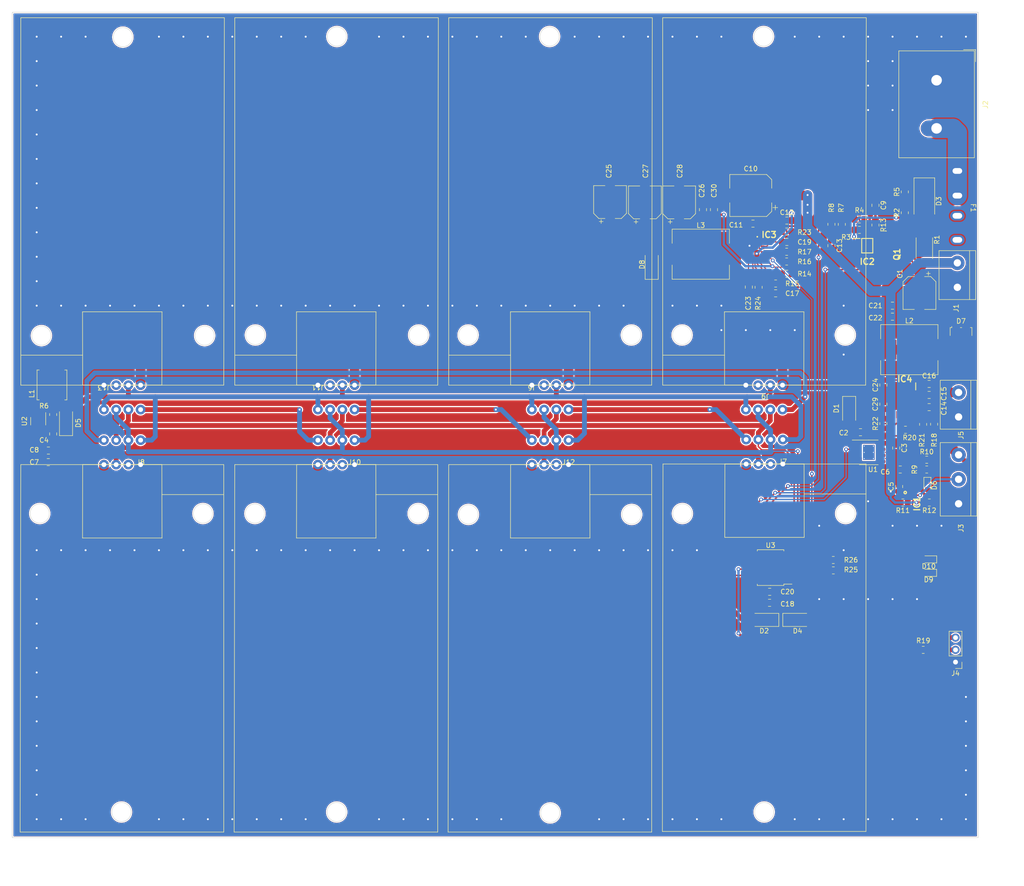
<source format=kicad_pcb>
(kicad_pcb (version 20211014) (generator pcbnew)
  (layers (0 "F.Cu" signal) (31 "B.Cu" signal) (34 "B.Paste" user) (35 "F.Paste" user) (36 "B.SilkS" user "B.Silkscreen") (37 "F.SilkS" user "F.Silkscreen") (38 "B.Mask" user) (39 "F.Mask" user) (44 "Edge.Cuts" user))
  (net 0 "")
  (net 1 "+12V")
  (net 2 "GND")
  (net 3 "Net-(C2-Pad1)")
  (net 4 "Net-(C3-Pad1)")
  (net 5 "Net-(C4-Pad1)")
  (net 6 "+5V")
  (net 7 "Net-(C9-Pad2)")
  (net 8 "Net-(C13-Pad1)")
  (net 9 "Net-(C14-Pad2)")
  (net 10 "Net-(C17-Pad2)")
  (net 11 "VCC")
  (net 12 "Net-(C19-Pad1)")
  (net 13 "Net-(C23-Pad1)")
  (net 14 "Net-(C24-Pad1)")
  (net 15 "Net-(C25-Pad1)")
  (net 16 "Net-(C29-Pad1)")
  (net 17 "+3V3")
  (net 18 "Net-(D3-Pad2)")
  (net 19 "Net-(D5-Pad2)")
  (net 20 "Net-(D6-Pad1)")
  (net 21 "Net-(D6-Pad2)")
  (net 22 "Net-(D7-Pad2)")
  (net 23 "Net-(D9-Pad2)")
  (net 24 "Net-(D10-Pad2)")
  (net 25 "Net-(F1-Pad1)")
  (net 26 "Net-(IC1-Pad7)")
  (net 27 "Net-(IC1-Pad6)")
  (net 28 "Net-(IC1-Pad3)")
  (net 29 "Net-(IC1-Pad2)")
  (net 30 "Net-(IC2-Pad10)")
  (net 31 "Net-(IC2-Pad9)")
  (net 32 "Net-(IC2-Pad7)")
  (net 33 "Net-(IC2-Pad6)")
  (net 34 "Net-(IC2-Pad3)")
  (net 35 "Net-(IC2-Pad2)")
  (net 36 "Net-(IC3-Pad30)")
  (net 38 "Net-(IC3-Pad24)")
  (net 39 "Net-(IC3-Pad21)")
  (net 40 "Net-(IC3-Pad20)")
  (net 41 "/EN")
  (net 42 "Net-(IC3-Pad17)")
  (net 43 "Net-(IC3-Pad14)")
  (net 47 "Net-(IC4-Pad10)")
  (net 48 "Net-(IC4-Pad9)")
  (net 49 "Net-(IC4-Pad8)")
  (net 50 "Net-(J4-Pad2)")
  (net 52 "Net-(J10-Pad5)")
  (net 53 "/SDA")
  (net 54 "/SCL")
  (net 55 "Net-(J10-Pad8)")
  (net 63 "Net-(Q1-Pad1)")
  (net 64 "Net-(R2-Pad2)")
  (net 65 "Net-(R19-Pad1)")
  (net 66 "Net-(R25-Pad1)")
  (net 67 "Net-(R26-Pad1)")
  (net 68 "Net-(U1-Pad2)")
  (net 83 "GNDA")
  (net 84 "Net-(C19-Pad2)")
  (footprint "Capacitor_SMD:CP_Elec_6.3x3.9" (layer "F.Cu") (at 149.212 54.107 90)
    (fp_text reference "C27")
    (fp_text value "100u")
  )
  (footprint "DMT3020LDV-7:DMT3020LDV7" (layer "F.Cu") (at 201.58 61.04 -90)
    (fp_text reference "Q1")
    (fp_text value "DMT3020LDV-7" hide)
  )
  (footprint "Resistor_SMD:R_0805_2012Metric_Pad1.20x1.40mm_HandSolder" (layer "F.Cu") (at 197.104 58.817 -90)
    (fp_text reference "R13")
    (fp_text value "22k")
  )
  (footprint "Package_SO:HSOP-8-1EP_3.9x4.9mm_P1.27mm_EP2.41x3.1mm_ThermalVias" (layer "F.Cu") (at 195.724 106.045)
    (fp_text reference "U1")
    (fp_text value "LR1801")
  )
  (footprint "Capacitor_SMD:CP_Elec_6.3x3.9" (layer "F.Cu") (at 156.324 54.107 90)
    (fp_text reference "C28")
    (fp_text value "100u")
  )
  (footprint "my_modules:card_connector" (layer "F.Cu") (at 85.09 92.075 180)
    (fp_text reference "J11")
    (fp_text value "I2C_interface")
  )
  (footprint "Diode_SMD:D_SOD-128" (layer "F.Cu") (at 150.622 67.015 90)
    (fp_text reference "D8")
    (fp_text value "D_Schottky")
  )
  (footprint "Capacitor_SMD:C_0805_2012Metric_Pad1.18x1.45mm_HandSolder" (layer "F.Cu") (at 161.277 55.6195 90)
    (fp_text reference "C26")
    (fp_text value "4.7u")
  )
  (footprint "Resistor_SMD:R_0805_2012Metric_Pad1.20x1.40mm_HandSolder" (layer "F.Cu") (at 208.296 116.459 180)
    (fp_text reference "R12")
    (fp_text value "10k")
  )
  (footprint "Capacitor_SMD:C_0805_2012Metric_Pad1.18x1.45mm_HandSolder" (layer "F.Cu") (at 171.6605 58.519 180)
    (fp_text reference "C11")
    (fp_text value "4.7u")
  )
  (footprint "Capacitor_SMD:C_0805_2012Metric_Pad1.18x1.45mm_HandSolder" (layer "F.Cu") (at 170.802 71.7055 -90)
    (fp_text reference "C23")
    (fp_text value "4.7u")
  )
  (footprint "Capacitor_SMD:C_0805_2012Metric_Pad1.18x1.45mm_HandSolder" (layer "F.Cu") (at 202.025 113.1355 90)
    (fp_text reference "C5")
    (fp_text value "10u")
  )
  (footprint "Resistor_SMD:R_0805_2012Metric_Pad1.20x1.40mm_HandSolder" (layer "F.Cu") (at 207.026 147.066)
    (fp_text reference "R19")
    (fp_text value "470")
  )
  (footprint "Capacitor_SMD:C_0805_2012Metric_Pad1.18x1.45mm_HandSolder" (layer "F.Cu") (at 200.6385 77.851 180)
    (fp_text reference "C22")
    (fp_text value "10u")
  )
  (footprint "Package_SO:SSOP-20_5.3x7.2mm_P0.65mm" (layer "F.Cu") (at 175.316 129.977 180)
    (fp_text reference "U3")
    (fp_text value "ATtiny826-X")
  )
  (footprint "Inductor_SMD:L_Sunlord_MWSA1003S" (layer "F.Cu") (at 204.14 84.709)
    (fp_text reference "L2")
    (fp_text value "10u")
  )
  (footprint "my_modules:card_connector" (layer "F.Cu") (at 40.64 108.585)
    (fp_text reference "J8")
    (fp_text value "I2C_interface")
  )
  (footprint "Resistor_SMD:R_0805_2012Metric_Pad1.20x1.40mm_HandSolder" (layer "F.Cu") (at 178.66 60.17 180)
    (fp_text reference "R23")
    (fp_text value "2.2E")
  )
  (footprint "Resistor_SMD:R_0805_2012Metric_Pad1.20x1.40mm_HandSolder" (layer "F.Cu") (at 207.756 107.569)
    (fp_text reference "R10")
    (fp_text value "100k")
  )
  (footprint "my_modules:card_connector" (layer "F.Cu") (at 173.99 92.075 180)
    (fp_text reference "J9")
    (fp_text value "I2C_interface")
  )
  (footprint "my_modules:card_connector" (layer "F.Cu") (at 40.64 92.075 180)
    (fp_text reference "J13")
    (fp_text value "I2C_interface")
  )
  (footprint "Capacitor_SMD:C_0805_2012Metric_Pad1.18x1.45mm_HandSolder" (layer "F.Cu") (at 200.6385 75.565 180)
    (fp_text reference "C21")
    (fp_text value "10u")
  )
  (footprint "Capacitor_SMD:CP_Elec_6.3x7.7" (layer "F.Cu") (at 206.248 72.931 -90)
    (fp_text reference "C1")
    (fp_text value "100u")
  )
  (footprint "Resistor_SMD:R_0805_2012Metric_Pad1.20x1.40mm_HandSolder" (layer "F.Cu") (at 203.2 56.261 90)
    (fp_text reference "R2")
    (fp_text value "100k")
  )
  (footprint "Resistor_SMD:R_0805_2012Metric_Pad1.20x1.40mm_HandSolder" (layer "F.Cu") (at 178.692 68.933)
    (fp_text reference "R14")
    (fp_text value "45k")
  )
  (footprint "Inductor_SMD:L_Bourns_SRN6045TA" (layer "F.Cu") (at 26.035 92.032 -90)
    (fp_text reference "L1")
    (fp_text value "2.2u")
  )
  (footprint "my_modules:card_connector" (layer "F.Cu") (at 129.54 92.075 180)
    (fp_text reference "J6")
    (fp_text value "I2C_interface")
  )
  (footprint "Capacitor_SMD:C_0805_2012Metric_Pad1.18x1.45mm_HandSolder" (layer "F.Cu") (at 208.2585 96.647)
    (fp_text reference "C14")
    (fp_text value "10u")
  )
  (footprint "Connector_PinHeader_2.54mm:PinHeader_1x03_P2.54mm_Vertical" (layer "F.Cu") (at 213.741 149.606 180)
    (fp_text reference "J4")
    (fp_text value "UDPI")
  )
  (footprint "LED_SMD:LED_0603_1608Metric_Pad1.05x0.95mm_HandSolder" (layer "F.Cu") (at 208.153 131.064 180)
    (fp_text reference "D9")
    (fp_text value "LED_Small")
  )
  (footprint "Resistor_SMD:R_0805_2012Metric_Pad1.20x1.40mm_HandSolder" (layer "F.Cu") (at 187.96 58.658 90)
    (fp_text reference "R8")
    (fp_text value "100k")
  )
  (footprint "Resistor_SMD:R_0805_2012Metric_Pad1.20x1.40mm_HandSolder" (layer "F.Cu") (at 198.755 100.06 90)
    (fp_text reference "R22")
    (fp_text value "2.55k")
  )
  (footprint "my_modules:FUSE_HOLDER" (layer "F.Cu") (at 214.122 52.578 -90)
    (fp_text reference "F1")
    (fp_text value "10A")
  )
  (footprint "Resistor_SMD:R_0805_2012Metric_Pad1.20x1.40mm_HandSolder" (layer "F.Cu") (at 178.66 66.393 180)
    (fp_text reference "R16")
    (fp_text value "499k")
  )
  (footprint "Capacitor_SMD:C_0805_2012Metric_Pad1.18x1.45mm_HandSolder" (layer "F.Cu") (at 178.6975 62.329)
    (fp_text reference "C19")
    (fp_text value "0.1u")
  )
  (footprint "Capacitor_SMD:C_0805_2012Metric_Pad1.18x1.45mm_HandSolder" (layer "F.Cu") (at 208.2585 94.107)
    (fp_text reference "C15")
    (fp_text value "10u")
  )
  (footprint "LED_SMD:LED_0603_1608Metric_Pad1.05x0.95mm_HandSolder" (layer "F.Cu") (at 208.176 128.27 180)
    (fp_text reference "D10")
    (fp_text value "LED_Small")
  )
  (footprint "Diode_SMD:D_SMA-SMB_Universal_Handsoldering" (layer "F.Cu") (at 207.264 53.869 -90)
    (fp_text reference "D3")
    (fp_text value "D_TVS")
  )
  (footprint "Capacitor_SMD:C_0805_2012Metric_Pad1.18x1.45mm_HandSolder" (layer "F.Cu") (at 197.104 54.7155 -90)
    (fp_text reference "C9")
    (fp_text value "3.3n")
  )
  (footprint "LTC4368IMS-2#PBF:SOP50P490X110-10N" (layer "F.Cu") (at 195.4 63.103)
    (fp_text reference "IC2")
    (fp_text value "LTC4368IMS-2#PBF" hide)
  )
  (footprint "Capacitor_SMD:CP_Elec_6.3x3.9" (layer "F.Cu") (at 141.973 54.041 90)
    (fp_text reference "C25")
    (fp_text value "22u")
  )
  (footprint "Capacitor_SMD:C_0805_2012Metric_Pad1.18x1.45mm_HandSolder" (layer "F.Cu") (at 25.273 108.077 180)
    (fp_text reference "C7")
    (fp_text value "10u")
  )
  (footprint "Resistor_SMD:R_0805_2012Metric_Pad1.20x1.40mm_HandSolder" (layer "F.Cu") (at 203.2 51.927 90)
    (fp_text reference "R5")
    (fp_text value "10k")
  )
  (footprint "Capacitor_SMD:C_0805_2012Metric_Pad1.18x1.45mm_HandSolder" (layer "F.Cu") (at 26.289 102.2135 -90)
    (fp_text reference "C4")
    (fp_text value "120p")
  )
  (footprint "TPS55340PWPR:SOP65P640X120-15N" (layer "F.Cu") (at 202.946 95.267 -90)
    (fp_text reference "IC4")
    (fp_text value "TPS55340PWPR" hide)
  )
  (footprint "Resistor_SMD:R_0805_2012Metric_Pad1.20x1.40mm_HandSolder" (layer "F.Cu") (at 207.01 100.219 90)
    (fp_text reference "R21")
    (fp_text value "10k")
  )
  (footprint "Capacitor_SMD:C_0805_2012Metric_Pad1.18x1.45mm_HandSolder" (layer "F.Cu") (at 198.755 96.0335 90)
    (fp_text reference "C29")
    (fp_text value "0.1u")
  )
  (footprint "TerminalBlock:TerminalBlock_bornier-2_P5.08mm" (layer "F.Cu") (at 214.376 98.679 90)
    (fp_text reference "J5")
    (fp_text value "24V OUT")
  )
  (footprint "Resistor_SMD:R_0805_2012Metric_Pad1.20x1.40mm_HandSolder" (layer "F.Cu") (at 172.834 71.743 90)
    (fp_text reference "R24")
    (fp_text value "10k")
  )
  (footprint "Capacitor_SMD:C_0805_2012Metric_Pad1.18x1.45mm_HandSolder" (layer "F.Cu") (at 208.2585 91.821)
    (fp_text reference "C16")
    (fp_text value "10u")
  )
  (footprint "my_modules:card_connector" (layer "F.Cu") (at 129.54 108.585)
    (fp_text reference "J12")
    (fp_text value "I2C_interface")
  )
  (footprint "Resistor_SMD:R_0805_2012Metric_Pad1.20x1.40mm_HandSolder" (layer "F.Cu") (at 190.119 58.674 -90)
    (fp_text reference "R7")
    (fp_text value "100k")
  )
  (footprint "TerminalBlock:TerminalBlock_bornier-2_P5.08mm" (layer "F.Cu") (at 214.122 71.755 90)
    (fp_text reference "J1")
    (fp_text value "12V OUT")
  )
  (footprint "Resistor_SMD:R_0805_2012Metric_Pad1.20x1.40mm_HandSolder" (layer "F.Cu") (at 203.343 101.346)
    (fp_text reference "R20")
    (fp_text value "78.7k")
  )
  (footprint "Diode_SMD:D_SOD-128" (layer "F.Cu") (at 173.949 140.843 180)
    (fp_text reference "D2")
    (fp_text value "D_Schottky")
  )
  (footprint "Diode_SMD:D_SOD-128" (layer "F.Cu") (at 28.956 99.482 90)
    (fp_text reference "D5")
    (fp_text value "D_Schottky")
  )
  (footprint "Package_TO_SOT_SMD:SOT-23-5" (layer "F.Cu") (at 23.18 99.5625 -90)
    (fp_text reference "U2")
    (fp_text value "TPS613222ADBV")
  )
  (footprint "Resistor_SMD:R_0805_2012Metric_Pad1.20x1.40mm_HandSolder" (layer "F.Cu") (at 209.296 100.187 -90)
    (fp_text reference "R18")
    (fp_text value "237k")
  )
  (footprint "Package_TO_SOT_SMD:TO-277A" (layer "F.Cu") (at 214.884 83.279)
    (fp_text reference "D7")
    (fp_text value "D_Schottky")
  )
  (footprint "Capacitor_SMD:C_0805_2012Metric_Pad1.18x1.45mm_HandSolder" (layer "F.Cu") (at 178.6975 57.884)
    (fp_text reference "C12")
    (fp_text value "0.1u")
  )
  (footprint "TerminalBlock:TerminalBlock_bornier-3_P5.08mm" (layer "F.Cu") (at 214.376 116.713 90)
    (fp_text reference "J3")
    (fp_text value "BAT")
  )
  (footprint "Capacitor_SMD:C_0805_2012Metric_Pad1.18x1.45mm_HandSolder" (layer "F.Cu") (at 201.422 105.1345 -90)
    (fp_text reference "C3")
    (fp_text value "10u")
  )
  (footprint "TerminalBlock_Dinkle:TerminalBlock_Dinkle_DT-55-B01X-02_P10.00mm" (layer "F.Cu") (at 209.804 28.735 -90)
    (fp_text reference "J2")
    (fp_text value "12V Input")
  )
  (footprint "SIC438BED-T1-GE3:SIC438BEDT1GE3" (layer "F.Cu") (at 171.704 64.262 -90)
    (fp_text reference "IC3")
    (fp_text value "SIC438BED-T1-GE3" hide)
  )
  (footprint "Diode_SMD:D_SOD-128" (layer "F.Cu") (at 191.643 97.495 -90)
    (fp_text reference "D1")
    (fp_text value "D_Schottky")
  )
  (footprint "Capacitor_SMD:C_0805_2012Metric_Pad1.18x1.45mm_HandSolder" (layer "F.Cu") (at 202.2575 109.601 180)
    (fp_text reference "C6")
    (fp_text value "10u")
  )
  (footprint "Resistor_SMD:R_0805_2012Metric_Pad1.20x1.40mm_HandSolder" (layer "F.Cu") (at 202.803 116.459 180)
    (fp_text reference "R11")
    (fp_text value "100k")
  )
  (footprint "Resistor_SMD:R_0805_2012Metric_Pad1.20x1.40mm_HandSolder" (layer "F.Cu") (at 193.786 57.658 180)
    (fp_text reference "R4")
    (fp_text value "100k")
  )
  (footprint "my_modules:card_connector" (layer "F.Cu") (at 174.0535 108.458)
    (fp_text reference "J7")
    (fp_text value "I2C_interface")
  )
  (footprint "Capacitor_SMD:CP_Elec_8x10.5" (layer "F.Cu") (at 171.2 52.677 180)
    (fp_text reference "C10")
    (fp_text value "100u")
  )
  (footprint "Capacitor_SMD:C_0805_2012Metric_Pad1.18x1.45mm_HandSolder" (layer "F.Cu") (at 176.3685 72.997)
    (fp_text reference "C17")
    (fp_text value "1u")
  )
  (footprint "LED_SMD:LED_0603_1608Metric_Pad1.05x0.95mm_HandSolder" (layer "F.Cu") (at 207.899 112.889 -90)
    (fp_text reference "D6")
    (fp_text value "red")
  )
  (footprint "Resistor_SMD:R_0805_2012Metric_Pad1.20x1.40mm_HandSolder" (layer "F.Cu") (at 193.786 59.817)
    (fp_text reference "R3")
    (fp_text value "100k")
  )
  (footprint "Capacitor_SMD:C_0805_2012Metric_Pad1.18x1.45mm_HandSolder" (layer "F.Cu") (at 187.96 63.0975 -90)
    (fp_text reference "C13")
    (fp_text value "0.22u")
  )
  (footprint "Resistor_SMD:R_0805_2012Metric_Pad1.20x1.40mm_HandSolder" (layer "F.Cu") (at 188.341 128.397)
    (fp_text reference "R26")
    (fp_text value "330")
  )
  (footprint "Capacitor_SMD:C_0805_2012Metric_Pad1.18x1.45mm_HandSolder" (layer "F.Cu") (at 163.563 55.6195 90)
    (fp_text reference "C30")
    (fp_text value "0.1u")
  )
  (footprint "my_modules:card_connector" (layer "F.Cu") (at 85.09 108.585)
    (fp_text reference "J10")
    (fp_text value "I2C_interface")
  )
  (footprint "Resistor_SMD:R_0805_2012Metric_Pad1.20x1.40mm_HandSolder" (layer "F.Cu") (at 188.357 130.556)
    (fp_text reference "R25")
    (fp_text value "330")
  )
  (footprint "Resistor_SMD:R_0805_2012Metric_Pad1.20x1.40mm_HandSolder" (layer "F.Cu") (at 178.66 64.361)
    (fp_text reference "R17")
    (fp_text value "100k")
  )
  (footprint "Resistor_SMD:R_2512_6332Metric_Pad1.40x3.35mm_HandSolder" (layer "F.Cu") (at 207.264 63.629 -90)
    (fp_text reference "R1")
    (fp_text value "5mOhm")
  )
  (footprint "Resistor_SMD:R_0805_2012Metric_Pad1.20x1.40mm_HandSolder" (layer "F.Cu") (at 207.756 109.601)
    (fp_text reference "R9")
    (fp_text value "100k")
  )
  (footprint "Resistor_SMD:R_0805_2012Metric_Pad1.20x1.40mm_HandSolder" (layer "F.Cu") (at 26.289 98.187 -90)
    (fp_text reference "R6")
    (fp_text value "5E")
  )
  (footprint "Capacitor_SMD:C_0805_2012Metric_Pad1.18x1.45mm_HandSolder" (layer "F.Cu") (at 193.997 101.854)
    (fp_text reference "C2")
    (fp_text value "10u")
  )
  (footprint "Capacitor_SMD:C_0805_2012Metric_Pad1.18x1.45mm_HandSolder" (layer "F.Cu") (at 198.755 92.0535 -90)
    (fp_text reference "C24")
    (fp_text value "0.047u")
  )
  (footprint "Capacitor_SMD:C_0805_2012Metric_Pad1.18x1.45mm_HandSolder" (layer "F.Cu") (at 25.2945 105.664 180)
    (fp_text reference "C8")
    (fp_text value "10u")
  )
  (footprint "Diode_SMD:D_SOD-128" (layer "F.Cu") (at 180.934 140.843)
    (fp_text reference "D4")
    (fp_text value "D_Schottky")
  )
  (footprint "Capacitor_SMD:C_0805_2012Metric_Pad1.18x1.45mm_HandSolder" (layer "F.Cu") (at 175.133 135.001)
    (fp_text reference "C20")
    (fp_text value "10u")
  )
  (footprint "BQ25172DSGR:SON50P200X200X80-9N" (layer "F.Cu") (at 204.692 112.987 90)
    (fp_text reference "IC1")
    (fp_text value "BQ25172DSGR" hide)
  )
  (footprint "Capacitor_SMD:C_0805_2012Metric_Pad1.18x1.45mm_HandSolder" (layer "F.Cu") (at 175.1115 137.287)
    (fp_text reference "C18")
    (fp_text value "100n")
  )
  (footprint "Resistor_SMD:R_0805_2012Metric_Pad1.20x1.40mm_HandSolder" (layer "F.Cu") (at 176.374 70.965)
    (fp_text reference "R15")
    (fp_text value "10k")
  )
  (footprint "Inductor_SMD:L_Sunlord_MWSA1003S" (layer "F.Cu") (at 160.82 64.869)
    (fp_text reference "L3")
    (fp_text value "1.5uH")
  )
  (gr_circle (center 23.844 81.788) (end 21.844 81.788) (layer "Edge.Cuts") (width 0.1) (fill none))
  (gr_circle (center 112.49 81.661) (end 110.49 81.661) (layer "Edge.Cuts") (width 0.1) (fill none))
  (gr_circle (center 157.004 118.745) (end 159.004 118.745) (layer "Edge.Cuts") (width 0.1) (fill none))
  (gr_circle (center 173.863 19.653) (end 171.863 19.653) (layer "Edge.Cuts") (width 0.1) (fill none))
  (gr_circle (center 129.54 180.9435) (end 131.54 180.9435) (layer "Edge.Cuts") (width 0.1) (fill none))
  (gr_circle (center 129.413 19.653) (end 127.413 19.653) (layer "Edge.Cuts") (width 0.1) (fill none))
  (gr_line (start 17.78 14.605) (end 218.44 14.605) (layer "Edge.Cuts") (width 0.1))
  (gr_line (start 218.44 14.605) (end 218.44 186.055) (layer "Edge.Cuts") (width 0.1))
  (gr_circle (center 40.481 180.753) (end 42.481 180.753) (layer "Edge.Cuts") (width 0.1) (fill none))
  (gr_circle (center 23.495 118.745) (end 25.495 118.745) (layer "Edge.Cuts") (width 0.1) (fill none))
  (gr_circle (center 190.913 118.745) (end 192.913 118.745) (layer "Edge.Cuts") (width 0.1) (fill none))
  (gr_circle (center 146.399 81.661) (end 144.399 81.661) (layer "Edge.Cuts") (width 0.1) (fill none))
  (gr_circle (center 68.199 118.745) (end 70.199 118.745) (layer "Edge.Cuts") (width 0.1) (fill none))
  (gr_line (start 17.78 186.055) (end 17.78 14.605) (layer "Edge.Cuts") (width 0.1))
  (gr_circle (center 102.203 81.661) (end 100.203 81.661) (layer "Edge.Cuts") (width 0.1) (fill none))
  (gr_circle (center 112.554 118.9355) (end 114.554 118.9355) (layer "Edge.Cuts") (width 0.1) (fill none))
  (gr_circle (center 156.94 81.661) (end 154.94 81.661) (layer "Edge.Cuts") (width 0.1) (fill none))
  (gr_circle (center 85.217 19.653) (end 83.217 19.653) (layer "Edge.Cuts") (width 0.1) (fill none))
  (gr_circle (center 57.753 81.788) (end 55.753 81.788) (layer "Edge.Cuts") (width 0.1) (fill none))
  (gr_line (start 218.44 186.055) (end 17.78 186.055) (layer "Edge.Cuts") (width 0.1))
  (gr_circle (center 173.99 180.753) (end 175.99 180.753) (layer "Edge.Cuts") (width 0.1) (fill none))
  (gr_circle (center 85.185 180.753) (end 87.185 180.753) (layer "Edge.Cuts") (width 0.1) (fill none))
  (gr_circle (center 102.108 118.745) (end 104.108 118.745) (layer "Edge.Cuts") (width 0.1) (fill none))
  (gr_circle (center 190.849 81.661) (end 188.849 81.661) (layer "Edge.Cuts") (width 0.1) (fill none))
  (gr_circle (center 146.463 118.9355) (end 148.463 118.9355) (layer "Edge.Cuts") (width 0.1) (fill none))
  (gr_circle (center 40.767 19.78) (end 38.767 19.78) (layer "Edge.Cuts") (width 0.1) (fill none))
  (gr_circle (center 57.404 118.745) (end 59.404 118.745) (layer "Edge.Cuts") (width 0.1) (fill none))
  (gr_circle (center 68.294 81.661) (end 66.294 81.661) (layer "Edge.Cuts") (width 0.1) (fill none))
  (segment (start 197.612 63.103) (end 204.073 63.103) (width 0.3) (layer "F.Cu") (net 1))
  (segment (start 174.9 52.677) (end 182.908 52.677) (width 2) (layer "F.Cu") (net 1))
  (segment (start 204.073 63.103) (end 204.724 63.754) (width 0.3) (layer "F.Cu") (net 1))
  (segment (start 173.642 63.687) (end 173.295 63.687) (width 0.2) (layer "F.Cu") (net 1))
  (segment (start 172.9795 63.6625) (end 173.1365 63.6625) (width 0.2) (layer "F.Cu") (net 1))
  (segment (start 173.101 62.357) (end 173.101 61.087) (width 0.2) (layer "F.Cu") (net 1))
  (segment (start 172.454 63.004) (end 173.101 62.357) (width 0.2) (layer "F.Cu") (net 1))
  (segment (start 203.942 114.193) (end 202.045 114.193) (width 0.3) (layer "F.Cu") (net 1))
  (segment (start 207.268 66.675) (end 207.264 66.679) (width 2) (layer "F.Cu") (net 1))
  (segment (start 173.1365 63.6625) (end 173.228 63.754) (width 0.2) (layer "F.Cu") (net 1))
  (segment (start 214.122 66.675) (end 207.268 66.675) (width 2) (layer "F.Cu") (net 1))
  (segment (start 176.036 57.884) (end 174.9 56.748) (width 1) (layer "F.Cu") (net 1))
  (segment (start 199.39 71.882) (end 199.39 84.709) (width 2) (layer "F.Cu") (net 1))
  (segment (start 207.296 116.459) (end 205.613 116.459) (width 0.5) (layer "F.Cu") (net 1))
  (segment (start 203.596 92.329) (end 203.596 91.455) (width 0.3) (layer "F.Cu") (net 1))
  (segment (start 182.908 52.677) (end 183.007 52.578) (width 2) (layer "F.Cu") (net 1))
  (segment (start 172.9795 63.3785) (end 172.9795 63.6625) (width 0.2) (layer "F.Cu") (net 1))
  (segment (start 172.593 61.468) (end 172.529 61.532) (width 0.2) (layer "F.Cu") (net 1))
  (segment (start 173.101 58.547) (end 173.101 61.087) (width 2) (layer "F.Cu") (net 1))
  (segment (start 206.248 70.231) (end 201.041 70.231) (width 2) (layer "F.Cu") (net 1))
  (segment (start 203.454 91.313) (end 202.946 91.313) (width 0.3) (layer "F.Cu") (net 1))
  (segment (start 172.688 63.087) (end 172.9795 63.3785) (width 0.2) (layer "F.Cu") (net 1))
  (segment (start 172.085 61.468) (end 172.593 61.468) (width 0.2) (layer "F.Cu") (net 1))
  (segment (start 172.454 63.087) (end 172.688 63.087) (width 0.2) (layer "F.Cu") (net 1))
  (segment (start 204.982 66.679) (end 207.264 66.679) (width 0.3) (layer "F.Cu") (net 1))
  (segment (start 203.942 114.037) (end 203.942 114.193) (width 0.3) (layer "F.Cu") (net 1))
  (segment (start 183.007 56.261) (end 183.007 52.776) (width 2) (layer "F.Cu") (net 1))
  (segment (start 172.079 61.474) (end 172.085 61.468) (width 0.2) (layer "F.Cu") (net 1))
  (segment (start 204.724 66.421) (end 204.982 66.679) (width 0.3) (layer "F.Cu") (net 1))
  (segment (start 202.311 84.709) (end 202.819 85.217) (width 2) (layer "F.Cu") (net 1))
  (segment (start 204.724 63.754) (end 204.724 66.421) (width 0.3) (layer "F.Cu") (net 1))
  (segment (start 206.248 67.695) (end 207.264 66.679) (width 2) (layer "F.Cu") (net 1))
  (segment (start 173.295 63.687) (end 173.228 63.754) (width 0.2) (layer "F.Cu") (net 1))
  (segment (start 202.819 90.678) (end 202.819 89.789) (width 0.75) (layer "F.Cu") (net 1))
  (segment (start 199.39 84.709) (end 202.311 84.709) (width 2) (layer "F.Cu") (net 1))
  (segment (start 174.9 52.677) (end 174.9 56.748) (width 2) (layer "F.Cu") (net 1))
  (segment (start 202.946 91.313) (end 202.946 92.329) (width 0.3) (layer "F.Cu") (net 1))
  (segment (start 172.454 63.087) (end 172.454 63.004) (width 0.2) (layer "F.Cu") (net 1))
  (segment (start 202.025 114.173) (end 200.279 114.173) (width 0.5) (layer "F.Cu") (net 1))
  (segment (start 183.007 52.776) (end 182.908 52.677) (width 2) (layer "F.Cu") (net 1))
  (segment (start 172.529 61.532) (end 172.529 62.237) (width 0.2) (layer "F.Cu") (net 1))
  (segment (start 174.9 56.748) (end 173.101 58.547) (width 2) (layer "F.Cu") (net 1))
  (segment (start 172.079 62.237) (end 172.079 61.474) (width 0.2) (layer "F.Cu") (net 1))
  (segment (start 203.596 91.455) (end 203.454 91.313) (width 0.3) (layer "F.Cu") (net 1))
  (segment (start 177.66 57.884) (end 176.036 57.884) (width 1) (layer "F.Cu") (net 1))
  (segment (start 202.819 85.217) (end 202.819 89.789) (width 2) (layer "F.Cu") (net 1))
  (segment (start 203.454 91.313) (end 202.819 90.678) (width 0.75) (layer "F.Cu") (net 1))
  (segment (start 202.045 114.193) (end 202.025 114.173) (width 0.3) (layer "F.Cu") (net 1))
  (segment (start 201.041 70.231) (end 199.39 71.882) (width 2) (layer "F.Cu") (net 1))
  (segment (start 206.248 70.231) (end 206.248 67.695) (width 2) (layer "F.Cu") (net 1))
  (via (at 205.613 116.459) (size 0.8) (drill 0.4) (layers "F.Cu" "B.Cu") (net 1))
  (via (at 183.007 52.578) (size 0.8) (drill 0.4) (layers "F.Cu" "B.Cu") (net 1))
  (via (at 183.007 56.261) (size 0.8) (drill 0.4) (layers "F.Cu" "B.Cu") (net 1))
  (via (at 183.007 54.61) (size 0.8) (drill 0.4) (layers "F.Cu" "B.Cu") (net 1))
  (via (at 200.279 114.173) (size 0.8) (drill 0.4) (layers "F.Cu" "B.Cu") (net 1))
  (segment (start 206.121 66.675) (end 200.279 72.517) (width 2) (layer "B.Cu") (net 1))
  (segment (start 201.168 116.459) (end 200.279 115.57) (width 0.5) (layer "B.Cu") (net 1))
  (segment (start 214.122 66.675) (end 206.121 66.675) (width 2) (layer "B.Cu") (net 1))
  (segment (start 200.279 72.517) (end 200.279 114.173) (width 2) (layer "B.Cu") (net 1))
  (segment (start 205.613 116.459) (end 201.168 116.459) (width 0.5) (layer "B.Cu") (net 1))
  (segment (start 183.007 52.578) (end 183.007 54.61) (width 2) (layer "B.Cu") (net 1))
  (segment (start 200.279 115.57) (end 200.279 114.173) (width 0.5) (layer "B.Cu") (net 1))
  (segment (start 183.007 56.261) (end 183.007 59.309) (width 2) (layer "B.Cu") (net 1))
  (segment (start 183.007 54.61) (end 183.007 56.261) (width 2) (layer "B.Cu") (net 1))
  (segment (start 183.007 59.309) (end 196.215 72.517) (width 2) (layer "B.Cu") (net 1))
  (segment (start 196.215 72.517) (end 200.279 72.517) (width 2) (layer "B.Cu") (net 1))
  (segment (start 207.221 91.821) (end 207.221 99.008) (width 0.75) (layer "F.Cu") (net 2))
  (segment (start 207.221 99.008) (end 207.01 99.219) (width 0.75) (layer "F.Cu") (net 2))
  (segment (start 171.45 65.405) (end 171.45 63.973) (width 0.2) (layer "F.Cu") (net 2))
  (segment (start 171.18 65.675) (end 171.45 65.405) (width 0.2) (layer "F.Cu") (net 2))
  (segment (start 171.18 66.199) (end 171.18 65.675) (width 0.2) (layer "F.Cu") (net 2))
  (segment (start 171.45 63.973) (end 171.401 63.924) (width 0.2) (layer "F.Cu") (net 2))
  (segment (start 206.248 75.631) (end 213.04 75.631) (width 2) (layer "F.Cu") (net 2))
  (segment (start 213.04 75.631) (end 214.122 74.549) (width 2) (layer "F.Cu") (net 2))
  (segment (start 214.122 74.549) (end 214.122 71.755) (width 2) (layer "F.Cu") (net 2))
  (segment (start 24.257 103.759) (end 24.257 108.0555) (width 0.5) (layer "F.Cu") (net 2))
  (segment (start 24.257 108.0555) (end 24.2355 108.077) (width 0.5) (layer "F.Cu") (net 2))
  (segment (start 23.18 98.425) (end 23.18 102.682) (width 0.5) (layer "F.Cu") (net 2))
  (segment (start 23.18 102.682) (end 24.257 103.759) (width 0.5) (layer "F.Cu") (net 2))
  (via (at 195.58 34.925) (size 0.8) (drill 0.4) (layers "F.Cu" "B.Cu") (net 2))
  (via (at 58.42 126.365) (size 0.8) (drill 0.4) (layers "F.Cu" "B.Cu") (net 2))
  (via (at 22.86 40.005) (size 0.8) (drill 0.4) (layers "F.Cu" "B.Cu") (net 2))
  (via (at 200.66 34.925) (size 0.8) (drill 0.4) (layers "F.Cu" "B.Cu") (net 2))
  (via (at 149.86 182.245) (size 0.8) (drill 0.4) (layers "F.Cu" "B.Cu") (net 2))
  (via (at 195.58 136.525) (size 0.8) (drill 0.4) (layers "F.Cu" "B.Cu") (net 2))
  (via (at 48.26 75.565) (size 0.8) (drill 0.4) (layers "F.Cu" "B.Cu") (net 2))
  (via (at 185.42 182.245) (size 0.8) (drill 0.4) (layers "F.Cu" "B.Cu") (net 2))
  (via (at 33.02 182.245) (size 0.8) (drill 0.4) (layers "F.Cu" "B.Cu") (net 2))
  (via (at 190.5 136.525) (size 0.8) (drill 0.4) (layers "F.Cu" "B.Cu") (net 2))
  (via (at 154.94 182.245) (size 0.8) (drill 0.4) (layers "F.Cu" "B.Cu") (net 2))
  (via (at 99.06 126.365) (size 0.8) (drill 0.4) (layers "F.Cu" "B.Cu") (net 2))
  (via (at 88.9 126.365) (size 0.8) (drill 0.4) (layers "F.Cu" "B.Cu") (net 2))
  (via (at 68.58 75.565) (size 0.8) (drill 0.4) (layers "F.Cu" "B.Cu") (net 2))
  (via (at 210.82 182.245) (size 0.8) (drill 0.4) (layers "F.Cu" "B.Cu") (net 2))
  (via (at 58.42 75.565) (size 0.8) (drill 0.4) (layers "F.Cu" "B.Cu") (net 2))
  (via (at 119.38 75.565) (size 0.8) (drill 0.4) (layers "F.Cu" "B.Cu") (net 2))
  (via (at 53.34 182.245) (size 0.8) (drill 0.4) (layers "F.Cu" "B.Cu") (net 2))
  (via (at 200.66 29.845) (size 0.8) (drill 0.4) (layers "F.Cu" "B.Cu") (net 2))
  (via (at 190.5 19.685) (size 0.8) (drill 0.4) (layers "F.Cu" "B.Cu") (net 2))
  (via (at 22.86 151.765) (size 0.8) (drill 0.4) (layers "F.Cu" "B.Cu") (net 2))
  (via (at 22.86 75.565) (size 0.8) (drill 0.4) (layers "F.Cu" "B.Cu") (net 2))
  (via (at 210.82 19.685) (size 0.8) (drill 0.4) (layers "F.Cu" "B.Cu") (net 2))
  (via (at 22.86 146.685) (size 0.8) (drill 0.4) (layers "F.Cu" "B.Cu") (net 2))
  (via (at 22.86 141.605) (size 0.8) (drill 0.4) (layers "F.Cu" "B.Cu") (net 2))
  (via (at 22.86 19.685) (size 0.8) (drill 0.4) (layers "F.Cu" "B.Cu") (net 2))
  (via (at 22.86 177.165) (size 0.8) (drill 0.4) (layers "F.Cu" "B.Cu") (net 2))
  (via (at 22.86 131.445) (size 0.8) (drill 0.4) (layers "F.Cu" "B.Cu") (net 2))
  (via (at 27.94 75.565) (size 0.8) (drill 0.4) (layers "F.Cu" "B.Cu") (net 2))
  (via (at 149.86 19.685) (size 0.8) (drill 0.4) (layers "F.Cu" "B.Cu") (net 2))
  (via (at 22.86 136.525) (size 0.8) (drill 0.4) (layers "F.Cu" "B.Cu") (net 2))
  (via (at 195.58 19.685) (size 0.8) (drill 0.4) (layers "F.Cu" "B.Cu") (net 2))
  (via (at 165.1 75.565) (size 0.8) (drill 0.4) (layers "F.Cu" "B.Cu") (net 2))
  (via (at 38.1 75.565) (size 0.8) (drill 0.4) (layers "F.Cu" "B.Cu") (net 2))
  (via (at 73.66 75.565) (size 0.8) (drill 0.4) (layers "F.Cu" "B.Cu") (net 2))
  (via (at 180.34 19.685) (size 0.8) (drill 0.4) (layers "F.Cu" "B.Cu") (net 2))
  (via (at 215.9 161.925) (size 0.8) (drill 0.4) (layers "F.Cu" "B.Cu") (net 2))
  (via (at 134.62 126.365) (size 0.8) (drill 0.4) (layers "F.Cu" "B.Cu") (net 2))
  (via (at 160.02 75.565) (size 0.8) (drill 0.4) (layers "F.Cu" "B.Cu") (net 2))
  (via (at 48.26 126.365) (size 0.8) (drill 0.4) (layers "F.Cu" "B.Cu") (net 2))
  (via (at 22.86 70.485) (size 0.8) (drill 0.4) (layers "F.Cu" "B.Cu") (net 2))
  (via (at 205.74 121.285) (size 0.8) (drill 0.4) (layers "F.Cu" "B.Cu") (net 2))
  (via (at 33.02 19.685) (size 0.8) (drill 0.4) (layers "F.Cu" "B.Cu") (net 2))
  (via (at 195.58 116.205) (size 0.8) (drill 0.4) (layers "F.Cu" "B.Cu") (net 2))
  (via (at 160.02 126.365) (size 0.8) (drill 0.4) (layers "F.Cu" "B.Cu") (net 2))
  (via (at 160.02 182.245) (size 0.8) (drill 0.4) (layers "F.Cu" "B.Cu") (net 2))
  (via (at 53.34 75.565) (size 0.8) (drill 0.4) (layers "F.Cu" "B.Cu") (net 2))
  (via (at 114.3 182.245) (size 0.8) (drill 0.4) (layers "F.Cu" "B.Cu") (net 2))
  (via (at 22.86 29.845) (size 0.8) (drill 0.4) (layers "F.Cu" "B.Cu") (net 2))
  (via (at 190.5 126.365) (size 0.8) (drill 0.4) (layers "F.Cu" "B.Cu") (net 2))
  (via (at 63.5 75.565) (size 0.8) (drill 0.4) (layers "F.Cu" "B.Cu") (net 2))
  (via (at 104.14 75.565) (size 0.8) (drill 0.4) (layers "F.Cu" "B.Cu") (net 2))
  (via (at 114.3 19.685) (size 0.8) (drill 0.4) (layers "F.Cu" "B.Cu") (net 2))
  (via (at 139.7 182.245) (size 0.8) (drill 0.4) (layers "F.Cu" "B.Cu") (net 2))
  (via (at 22.86 156.845) (size 0.8) (drill 0.4) (layers "F.Cu" "B.Cu") (net 2))
  (via (at 22.86 167.005) (size 0.8) (drill 0.4) (layers "F.Cu" "B.Cu") (net 2))
  (via (at 22.86 60.325) (size 0.8) (drill 0.4) (layers "F.Cu" "B.Cu") (net 2))
  (via (at 73.66 182.245) (size 0.8) (drill 0.4) (layers "F.Cu" "B.Cu") (net 2))
  (via (at 200.66 182.245) (size 0.8) (drill 0.4) (layers "F.Cu" "B.Cu") (net 2))
  (via (at 195.58 24.765) (size 0.8) (drill 0.4) (layers "F.Cu" "B.Cu") (net 2))
  (via (at 129.54 126.365) (size 0.8) (drill 0.4) (layers "F.Cu" "B.Cu") (net 2))
  (via (at 27.94 126.365) (size 0.8) (drill 0.4) (layers "F.Cu" "B.Cu") (net 2))
  (via (at 165.1 182.245) (size 0.8) (drill 0.4) (layers "F.Cu" "B.Cu") (net 2))
  (via (at 22.86 50.165) (size 0.8) (drill 0.4) (layers "F.Cu" "B.Cu") (net 2))
  (via (at 134.62 19.685) (size 0.8) (drill 0.4) (layers "F.Cu" "B.Cu") (net 2))
  (via (at 119.38 126.365) (size 0.8) (drill 0.4) (layers "F.Cu" "B.Cu") (net 2))
  (via (at 144.78 182.245) (size 0.8) (drill 0.4) (layers "F.Cu" "B.Cu") (net 2))
  (via (at 180.34 80.645) (size 0.8) (drill 0.4) (layers "F.Cu" "B.Cu") (net 2))
  (via (at 185.42 136.525) (size 0.8) (drill 0.4) (layers "F.Cu" "B.Cu") (net 2))
  (via (at 22.86 126.365) (size 0.8) (drill 0.4) (layers "F.Cu" "B.Cu") (net 2))
  (via (at 180.34 182.245) (size 0.8) (drill 0.4) (layers "F.Cu" "B.Cu") (net 2))
  (via (at 205.74 19.685) (size 0.8) (drill 0.4) (layers "F.Cu" "B.Cu") (net 2))
  (via (at 154.94 126.365) (size 0.8) (drill 0.4) (layers "F.Cu" "B.Cu") (net 2))
  (via (at 139.7 19.685) (size 0.8) (drill 0.4) (layers "F.Cu" "B.Cu") (net 2))
  (via (at 93.98 75.565) (size 0.8) (drill 0.4) (layers "F.Cu" "B.Cu") (net 2))
  (via (at 109.22 182.245) (size 0.8) (drill 0.4) (layers "F.Cu" "B.Cu") (net 2))
  (via (at 83.82 126.365) (size 0.8) (drill 0.4) (layers "F.Cu" "B.Cu") (net 2))
  (via (at 93.98 19.685) (size 0.8) (drill 0.4) (layers "F.Cu" "B.Cu") (net 2))
  (via (at 144.78 75.565) (size 0.8) (drill 0.4) (layers "F.Cu" "B.Cu") (net 2))
  (via (at 149.86 126.365) (size 0.8) (drill 0.4) (layers "F.Cu" "B.Cu") (net 2))
  (via (at 114.3 126.365) (size 0.8) (drill 0.4) (layers "F.Cu" "B.Cu") (net 2))
  (via (at 215.9 19.685) (size 0.8) (drill 0.4) (layers "F.Cu" "B.Cu") (net 2))
  (via (at 185.42 121.285) (size 0.8) (drill 0.4) (layers "F.Cu" "B.Cu") (net 2))
  (via (at 63.5 182.245) (size 0.8) (drill 0.4) (layers "F.Cu" "B.Cu") (net 2))
  (via (at 215.9 172.085) (size 0.8) (drill 0.4) (layers "F.Cu" "B.Cu") (net 2))
  (via (at 205.74 136.525) (size 0.8) (drill 0.4) (layers "F.Cu" "B.Cu") (net 2))
  (via (at 48.26 19.685) (size 0.8) (drill 0.4) (layers "F.Cu" "B.Cu") (net 2))
  (via (at 22.86 55.245) (size 0.8) (drill 0.4) (layers "F.Cu" "B.Cu") (net 2))
  (via (at 99.06 182.245) (size 0.8) (drill 0.4) (layers "F.Cu" "B.Cu") (net 2))
  (via (at 63.5 19.685) (size 0.8) (drill 0.4) (layers "F.Cu" "B.Cu") (net 2))
  (via (at 215.9 156.845) (size 0.8) (drill 0.4) (layers "F.Cu" "B.Cu") (net 2))
  (via (at 68.58 182.245) (size 0.8) (drill 0.4) (layers "F.Cu" "B.Cu") (net 2))
  (via (at 27.94 182.245) (size 0.8) (drill 0.4) (layers "F.Cu" "B.Cu") (net 2))
  (via (at 205.74 182.245) (size 0.8) (drill 0.4) (layers "F.Cu" "B.Cu") (net 2))
  (via (at 99.06 75.565) (size 0.8) (drill 0.4) (layers "F.Cu" "B.Cu") (net 2))
  (via (at 190.5 182.245) (size 0.8) (drill 0.4) (layers "F.Cu" "B.Cu") (net 2))
  (via (at 165.1 80.645) (size 0.8) (drill 0.4) (layers "F.Cu" "B.Cu") (net 2))
  (via (at 22.86 45.085) (size 0.8) (drill 0.4) (layers "F.Cu" "B.Cu") (net 2))
  (via (at 33.02 75.565) (size 0.8) (drill 0.4) (layers "F.Cu" "B.Cu") (net 2))
  (via (at 48.26 182.245) (size 0.8) (drill 0.4) (layers "F.Cu" "B.Cu") (net 2))
  (via (at 215.9 182.245) (size 0.8) (drill 0.4) (layers "F.Cu" "B.Cu") (net 2))
  (via (at 190.5 75.565) (size 0.8) (drill 0.4) (layers "F.Cu" "B.Cu") (net 2))
  (via (at 124.46 19.685) (size 0.8) (drill 0.4) (layers "F.Cu" "B.Cu") (net 2))
  (via (at 170.942 63.119) (size 0.8) (drill 0.4) (layers "F.Cu" "B.Cu") (net 2))
  (via (at 53.34 126.365) (size 0.8) (drill 0.4) (layers "F.Cu" "B.Cu") (net 2))
  (via (at 190.5 85.725) (size 0.8) (drill 0.4) (layers "F.Cu" "B.Cu") (net 2))
  (via (at 200.66 19.685) (size 0.8) (drill 0.4) (layers "F.Cu" "B.Cu") (net 2))
  (via (at 154.94 19.685) (size 0.8) (drill 0.4) (layers "F.Cu" "B.Cu") (net 2))
  (via (at 43.18 75.565) (size 0.8) (drill 0.4) (layers "F.Cu" "B.Cu") (net 2))
  (via (at 215.9 177.165) (size 0.8) (drill 0.4) (layers "F.Cu" "B.Cu") (net 2))
  (via (at 210.82 121.285) (size 0.8) (drill 0.4) (layers "F.Cu" "B.Cu") (net 2))
  (via (at 114.3 75.565) (size 0.8) (drill 0.4) (layers "F.Cu" "B.Cu") (net 2))
  (via (at 33.02 126.365) (size 0.8) (drill 0.4) (layers "F.Cu" "B.Cu") (net 2))
  (via (at 134.62 75.565) (size 0.8) (drill 0.4) (layers "F.Cu" "B.Cu") (net 2))
  (via (at 124.46 75.565) (size 0.8) (drill 0.4) (layers "F.Cu" "B.Cu") (net 2))
  (via (at 58.42 182.245) (size 0.8) (drill 0.4) (layers "F.Cu" "B.Cu") (net 2))
  (via (at 195.58 182.245) (size 0.8) (drill 0.4) (layers "F.Cu" "B.Cu") (net 2))
  (via (at 139.7 75.565) (size 0.8) (drill 0.4) (layers "F.Cu" "B.Cu") (net 2))
  (via (at 119.38 182.245) (size 0.8) (drill 0.4) (layers "F.Cu" "B.Cu") (net 2))
  (via (at 104.14 182.245) (size 0.8) (drill 0.4) (layers "F.Cu" "B.Cu") (net 2))
  (via (at 78.74 75.565) (size 0.8) (drill 0.4) (layers "F.Cu" "B.Cu") (net 2))
  (via (at 139.7 126.365) (size 0.8) (drill 0.4) (layers "F.Cu" "B.Cu") (net 2))
  (via (at 160.02 19.685) (size 0.8) (drill 0.4) (layers "F.Cu" "B.Cu") (net 2))
  (via (at 78.74 182.245) (size 0.8) (drill 0.4) (layers "F.Cu" "B.Cu") (net 2))
  (via (at 93.98 126.365) (size 0.8) (drill 0.4) (layers "F.Cu" "B.Cu") (net 2))
  (via (at 43.18 126.365) (size 0.8) (drill 0.4) (layers "F.Cu" "B.Cu") (net 2))
  (via (at 104.14 19.685) (size 0.8) (drill 0.4) (layers "F.Cu" "B.Cu") (net 2))
  (via (at 165.1 19.685) (size 0.8) (drill 0.4) (layers "F.Cu" "B.Cu") (net 2))
  (via (at 119.38 19.685) (size 0.8) (drill 0.4) (layers "F.Cu" "B.Cu") (net 2))
  (via (at 22.86 24.765) (size 0.8) (drill 0.4) (layers "F.Cu" "B.Cu") (net 2))
  (via (at 109.22 126.365) (size 0.8) (drill 0.4) (layers "F.Cu" "B.Cu") (net 2))
  (via (at 104.14 126.365) (size 0.8) (drill 0.4) (layers "F.Cu" "B.Cu") (net 2))
  (via (at 129.54 75.565) (size 0.8) (drill 0.4) (layers "F.Cu" "B.Cu") (net 2))
  (via (at 68.58 126.365) (size 0.8) (drill 0.4) (layers "F.Cu" "B.Cu") (net 2))
  (via (at 22.86 161.925) (size 0.8) (drill 0.4) (layers "F.Cu" "B.Cu") (net 2))
  (via (at 200.66 136.525) (size 0.8) (drill 0.4) (layers "F.Cu" "B.Cu") (net 2))
  (via (at 93.98 182.245) (size 0.8) (drill 0.4) (layers "F.Cu" "B.Cu") (net 2))
  (via (at 170.18 80.645) (size 0.8) (drill 0.4) (layers "F.Cu" "B.Cu") (net 2))
  (via (at 144.78 19.685) (size 0.8) (drill 0.4) (layers "F.Cu" "B.Cu") (net 2))
  (via (at 124.46 126.365) (size 0.8) (drill 0.4) (layers "F.Cu" "B.Cu") (net 2))
  (via (at 99.06 19.685) (size 0.8) (drill 0.4) (layers "F.Cu" "B.Cu") (net 2))
  (via (at 154.94 75.565) (size 0.8) (drill 0.4) (layers "F.Cu" "B.Cu") (net 2))
  (via (at 144.78 126.365) (size 0.8) (drill 0.4) (layers "F.Cu" "B.Cu") (net 2))
  (via (at 175.26 80.645) (size 0.8) (drill 0.4) (layers "F.Cu" "B.Cu") (net 2))
  (via (at 109.22 75.565) (size 0.8) (drill 0.4) (layers "F.Cu" "B.Cu") (net 2))
  (via (at 38.1 126.365) (size 0.8) (drill 0.4) (layers "F.Cu" "B.Cu") (net 2))
  (via (at 78.74 126.365) (size 0.8) (drill 0.4) (layers "F.Cu" "B.Cu") (net 2))
  (via (at 185.42 19.685) (size 0.8) (drill 0.4) (layers "F.Cu" "B.Cu") (net 2))
  (via (at 22.86 182.245) (size 0.8) (drill 0.4) (layers "F.Cu" "B.Cu") (net 2))
  (via (at 88.9 75.565) (size 0.8) (drill 0.4) (layers "F.Cu" "B.Cu") (net 2))
  (via (at 58.42 19.685) (size 0.8) (drill 0.4) (layers "F.Cu" "B.Cu") (net 2))
  (via (at 22.86 172.085) (size 0.8) (drill 0.4) (layers "F.Cu" "B.Cu") (net 2))
  (via (at 22.86 65.405) (size 0.8) (drill 0.4) (layers "F.Cu" "B.Cu") (net 2))
  (via (at 200.66 24.765) (size 0.8) (drill 0.4) (layers "F.Cu" "B.Cu") (net 2))
  (via (at 22.86 34.925) (size 0.8) (drill 0.4) (layers "F.Cu" "B.Cu") (net 2))
  (via (at 83.82 75.565) (size 0.8) (drill 0.4) (layers "F.Cu" "B.Cu") (net 2))
  (via (at 78.74 19.685) (size 0.8) (drill 0.4) (layers "F.Cu" "B.Cu") (net 2))
  (via (at 68.58 19.685) (size 0.8) (drill 0.4) (layers "F.Cu" "B.Cu") (net 2))
  (via (at 109.22 19.685) (size 0.8) (drill 0.4) (layers "F.Cu" "B.Cu") (net 2))
  (via (at 53.34 19.685) (size 0.8) (drill 0.4) (layers "F.Cu" "B.Cu") (net 2))
  (via (at 215.9 167.005) (size 0.8) (drill 0.4) (layers "F.Cu" "B.Cu") (net 2))
  (via (at 73.66 126.365) (size 0.8) (drill 0.4) (layers "F.Cu" "B.Cu") (net 2))
  (via (at 200.66 121.285) (size 0.8) (drill 0.4) (layers "F.Cu" "B.Cu") (net 2))
  (via (at 73.66 19.685) (size 0.8) (drill 0.4) (layers "F.Cu" "B.Cu") (net 2))
  (via (at 195.58 29.845) (size 0.8) (drill 0.4) (layers "F.Cu" "B.Cu") (net 2))
  (via (at 63.5 126.365) (size 0.8) (drill 0.4) (layers "F.Cu" "B.Cu") (net 2))
  (via (at 27.94 19.685) (size 0.8) (drill 0.4) (layers "F.Cu" "B.Cu") (net 2))
  (segment (start 191.389 102.108) (end 191.643 101.854) (width 1) (layer "F.Cu") (net 3))
  (segment (start 192.024 104.14) (end 191.389 103.505) (width 1) (layer "F.Cu") (net 3))
  (segment (start 191.389 103.505) (end 191.389 102.108) (width 1) (layer "F.Cu") (net 3))
  (segment (start 191.643 101.854) (end 192.9595 101.854) (width 1) (layer "F.Cu") (net 3))
  (segment (start 191.643 99.695) (end 191.643 101.854) (width 1) (layer "F.Cu") (net 3))
  (segment (start 193.074 104.14) (end 192.024 104.14) (width 1) (layer "F.Cu") (net 3))
  (segment (start 217.17 109.347) (end 214.376 106.553) (width 1) (layer "F.Cu") (net 4))
  (segment (start 201.379 104.14) (end 201.422 104.097) (width 0.75) (layer "F.Cu") (net 4))
  (segment (start 207.518 140.843) (end 217.17 131.191) (width 1) (layer "F.Cu") (net 4))
  (segment (start 198.374 104.14) (end 201.379 104.14) (width 1) (layer "F.Cu") (net 4))
  (segment (start 214.376 106.553) (end 212.876 105.053) (width 1) (layer "F.Cu") (net 4))
  (segment (start 183.134 140.843) (end 207.518 140.843) (width 1) (layer "F.Cu") (net 4))
  (segment (start 203.497 104.097) (end 211.92 104.097) (width 2) (layer "F.Cu") (net 4))
  (segment (start 217.17 131.191) (end 217.17 109.347) (width 1) (layer "F.Cu") (net 4))
  (segment (start 203.295 109.601) (end 203.295 104.299) (width 1) (layer "F.Cu") (net 4))
  (segment (start 203.942 110.248) (end 203.295 109.601) (width 0.3) (layer "F.Cu") (net 4))
  (segment (start 203.942 111.937) (end 203.942 110.248) (width 0.3) (layer "F.Cu") (net 4))
  (segment (start 203.295 104.299) (end 203.497 104.097) (width 1) (layer "F.Cu") (net 4))
  (segment (start 211.92 104.097) (end 214.376 106.553) (width 2) (layer "F.Cu") (net 4))
  (segment (start 201.422 104.097) (end 203.497 104.097) (width 2) (layer "F.Cu") (net 4))
  (segment (start 26.289 101.176) (end 26.289 99.187) (width 1) (layer "F.Cu") (net 5))
  (segment (start 39.37 108.585) (end 39.37 106.299) (width 1) (layer "F.Cu") (net 6))
  (segment (start 28.956 101.682) (end 28.956 103.124) (width 1) (layer "F.Cu") (net 6))
  (segment (start 33.528 106.299) (end 39.37 106.299) (width 1) (layer "F.Cu") (net 6))
  (segment (start 31.369 103.251) (end 31.623 102.997) (width 1) (layer "F.Cu") (net 6))
  (segment (start 26.3105 109.5795) (end 26.3105 108.077) (width 1) (layer "F.Cu") (net 6))
  (segment (start 128.27 108.585) (end 128.27 106.553) (width 1) (layer "F.Cu") (net 6))
  (segment (start 22.23 100.7) (end 22.23 109.225) (width 1) (layer "F.Cu") (net 6))
  (segment (start 130.81 94.234) (end 131.064 94.488) (width 1) (layer "F.Cu") (net 6))
  (segment (start 28.829 103.251) (end 31.369 103.251) (width 1) (layer "F.Cu") (net 6))
  (segment (start 26.289 103.251) (end 28.829 103.251) (width 1) (layer "F.Cu") (net 6))
  (segment (start 83.82 108.585) (end 83.82 106.553) (width 1) (layer "F.Cu") (net 6))
  (segment (start 39.37 106.299) (end 83.566 106.299) (width 1) (layer "F.Cu") (net 6))
  (segment (start 33.401 94.488) (end 31.623 96.266) (width 1) (layer "F.Cu") (net 6))
  (segment (start 26.3105 103.2725) (end 26.289 103.251) (width 1) (layer "F.Cu") (net 6))
  (segment (start 172.7835 106.8705) (end 172.7835 108.458) (width 1) (layer "F.Cu") (net 6))
  (segment (start 83.82 106.553) (end 83.566 106.299) (width 1) (layer "F.Cu") (net 6))
  (segment (start 28.956 103.124) (end 28.829 103.251) (width 1) (layer "F.Cu") (net 6))
  (segment (start 31.623 104.394) (end 33.528 106.299) (width 1) (layer "F.Cu") (net 6))
  (segment (start 25.781 110.109) (end 26.3105 109.5795) (width 1) (layer "F.Cu") (net 6))
  (segment (start 172.212 106.299) (end 172.7835 106.8705) (width 1) (layer "F.Cu") (net 6))
  (segment (start 86.36 94.361) (end 86.487 94.488) (width 1) (layer "F.Cu") (net 6))
  (segment (start 23.114 110.109) (end 25.781 110.109) (width 1) (layer "F.Cu") (net 6))
  (segment (start 86.36 92.075) (end 86.36 94.361) (width 1) (layer "F.Cu") (net 6))
  (segment (start 22.23 109.225) (end 23.114 110.109) (width 1) (layer "F.Cu") (net 6))
  (segment (start 128.27 106.553) (end 128.524 106.299) (width 1) (layer "F.Cu") (net 6))
  (segment (start 175.26 92.075) (end 175.26 93.599) (width 1) (layer "F.Cu") (net 6))
  (segment (start 31.623 96.266) (end 31.623 102.997) (width 1) (layer "F.Cu") (net 6))
  (segment (start 26.3105 108.077) (end 26.3105 103.2725) (width 1) (layer "F.Cu") (net 6))
  (segment (start 174.371 94.488) (end 131.064 94.488) (width 1) (layer "F.Cu") (net 6))
  (segment (start 31.623 102.997) (end 31.623 104.394) (width 1) (layer "F.Cu") (net 6))
  (segment (start 41.91 94.361) (end 42.037 94.488) (width 1) (layer "F.Cu") (net 6))
  (segment (start 41.91 92.075) (end 41.91 94.361) (width 1) (layer "F.Cu") (net 6))
  (segment (start 128.524 106.299) (end 172.212 106.299) (width 1) (layer "F.Cu") (net 6))
  (segment (start 175.26 93.599) (end 174.371 94.488) (width 1) (layer "F.Cu") (net 6))
  (segment (start 83.566 106.299) (end 128.524 106.299) (width 1) (layer "F.Cu") (net 6))
  (segment (start 42.037 94.488) (end 33.401 94.488) (width 1) (layer "F.Cu") (net 6))
  (segment (start 86.487 94.488) (end 42.037 94.488) (width 1) (layer "F.Cu") (net 6))
  (segment (start 130.81 92.075) (end 130.81 94.234) (width 1) (layer "F.Cu") (net 6))
  (segment (start 131.064 94.488) (end 86.487 94.488) (width 1) (layer "F.Cu") (net 6))
  (segment (start 197.104 57.817) (end 197.104 55.753) (width 0.5) (layer "F.Cu") (net 7))
  (segment (start 189.822 62.06) (end 187.96 62.06) (width 0.3) (layer "F.Cu") (net 8))
  (segment (start 191.365 63.603) (end 189.822 62.06) (width 0.3) (layer "F.Cu") (net 8))
  (segment (start 193.188 63.603) (end 191.365 63.603) (width 0.3) (layer "F.Cu") (net 8))
  (segment (start 209.296 91.821) (end 214.884 86.233) (width 2) (layer "F.Cu") (net 9))
  (segment (start 214.884 86.233) (end 214.884 84.319) (width 2) (layer "F.Cu") (net 9))
  (segment (start 209.296 91.821) (end 209.296 99.187) (width 2) (layer "F.Cu") (net 9))
  (segment (start 214.376 93.599) (end 209.804 93.599) (width 2) (layer "F.Cu") (net 9))
  (segment (start 209.804 93.599) (end 209.296 94.107) (width 2) (layer "F.Cu") (net 9))
  (segment (start 179.733 72.997) (end 177.406 72.997) (width 0.5) (layer "F.Cu") (net 10))
  (segment (start 180.439 66.393) (end 180.975 66.929) (width 0.5) (layer "F.Cu") (net 10))
  (segment (start 174.117 74.041) (end 174.498 74.422) (width 0.2) (layer "F.Cu") (net 10))
  (segment (start 177.406 74.054) (end 177.406 72.997) (width 0.2) (layer "F.Cu") (net 10))
  (segment (start 180.975 66.929) (end 180.975 71.755) (width 0.5) (layer "F.Cu") (net 10))
  (segment (start 180.975 71.755) (end 179.733 72.997) (width 0.5) (layer "F.Cu") (net 10))
  (segment (start 174.117 72.771) (end 174.117 74.041) (width 0.2) (layer "F.Cu") (net 10))
  (segment (start 174.089 72.743) (end 174.117 72.771) (width 0.5) (layer "F.Cu") (net 10))
  (segment (start 174.117 69.596) (end 174.117 72.771) (width 0.2) (layer "F.Cu") (net 10))
  (segment (start 172.08 66.199) (end 172.08 67.559) (width 0.2) (layer "F.Cu") (net 10))
  (segment (start 172.834 72.743) (end 174.089 72.743) (width 0.5) (layer "F.Cu") (net 10))
  (segment (start 179.66 66.393) (end 180.439 66.393) (width 0.5) (layer "F.Cu") (net 10))
  (segment (start 174.498 74.422) (end 177.038 74.422) (width 0.2) (layer "F.Cu") (net 10))
  (segment (start 177.038 74.422) (end 177.406 74.054) (width 0.2) (layer "F.Cu") (net 10))
  (segment (start 179.66 66.393) (end 179.66 64.361) (width 0.5) (layer "F.Cu") (net 10))
  (segment (start 172.08 67.559) (end 174.117 69.596) (width 0.2) (layer "F.Cu") (net 10))
  (segment (start 176.1705 133.4555) (end 176.1705 135.001) (width 0.3) (layer "F.Cu") (net 11))
  (segment (start 176.724 132.902) (end 176.1705 133.4555) (width 0.3) (layer "F.Cu") (net 11))
  (segment (start 179.705 144.526) (end 178.734 143.555) (width 1) (layer "F.Cu") (net 11))
  (segment (start 176.149 135.0225) (end 176.1705 135.001) (width 1) (layer "F.Cu") (net 11))
  (segment (start 178.734 143.555) (end 178.734 140.843) (width 1) (layer "F.Cu") (net 11))
  (segment (start 176.149 140.843) (end 178.734 140.843) (width 1) (layer "F.Cu") (net 11))
  (segment (start 176.149 140.843) (end 176.149 135.0225) (width 1) (layer "F.Cu") (net 11))
  (segment (start 213.741 144.526) (end 179.705 144.526) (width 1) (layer "F.Cu") (net 11))
  (segment (start 178.816 132.902) (end 176.724 132.902) (width 0.3) (layer "F.Cu") (net 11))
  (segment (start 175.415 62.329) (end 177.66 62.329) (width 0.2) (layer "F.Cu") (net 12))
  (segment (start 173.642 63.237) (end 174.507 63.237) (width 0.2) (layer "F.Cu") (net 12))
  (segment (start 174.507 63.237) (end 175.415 62.329) (width 0.2) (layer "F.Cu") (net 12))
  (segment (start 170.73 70.596) (end 170.802 70.668) (width 0.2) (layer "F.Cu") (net 13))
  (segment (start 170.73 66.199) (end 170.73 70.596) (width 0.2) (layer "F.Cu") (net 13))
  (segment (start 202.296 91.298) (end 202.014 91.016) (width 0.3) (layer "F.Cu") (net 14))
  (segment (start 202.296 92.329) (end 202.296 91.298) (width 0.3) (layer "F.Cu") (net 14))
  (segment (start 202.014 91.016) (end 198.755 91.016) (width 0.3) (layer "F.Cu") (net 14))
  (segment (start 175.7045 67.3735) (end 175.895 67.564) (width 0.2) (layer "F.Cu") (net 15))
  (segment (start 179.692 68.186) (end 179.692 68.933) (width 0.2) (layer "F.Cu") (net 15))
  (segment (start 174.068 65.737) (end 175.7045 67.3735) (width 0.2) (layer "F.Cu") (net 15))
  (segment (start 163.563 56.657) (end 165.593 56.657) (width 0.5) (layer "F.Cu") (net 15))
  (segment (start 165.593 56.657) (end 165.608 56.642) (width 0.5) (layer "F.Cu") (net 15))
  (segment (start 173.642 65.737) (end 174.068 65.737) (width 0.2) (layer "F.Cu") (net 15))
  (segment (start 175.895 67.564) (end 179.07 67.564) (width 0.2) (layer "F.Cu") (net 15))
  (segment (start 179.07 67.564) (end 179.692 68.186) (width 0.2) (layer "F.Cu") (net 15))
  (via (at 175.7045 67.3735) (size 0.8) (drill 0.4) (layers "F.Cu" "B.Cu") (net 15))
  (via (at 165.608 56.642) (size 0.8) (drill 0.4) (layers "F.Cu" "B.Cu") (net 15))
  (segment (start 165.608 56.642) (end 165.608 62.865) (width 0.5) (layer "B.Cu") (net 15))
  (segment (start 165.608 62.865) (end 170.1165 67.3735) (width 0.5) (layer "B.Cu") (net 15))
  (segment (start 170.1165 67.3735) (end 175.7045 67.3735) (width 0.5) (layer "B.Cu") (net 15))
  (segment (start 198.755 99.06) (end 198.755 97.071) (width 0.75) (layer "F.Cu") (net 16))
  (segment (start 21.59 113.538) (end 36.957 113.538) (width 2) (layer "F.Cu") (net 17))
  (segment (start 165.989 113.538) (end 167.513 113.538) (width 2) (layer "F.Cu") (net 17))
  (segment (start 191.643 92.964) (end 190.754 92.075) (width 2) (layer "F.Cu") (net 17))
  (segment (start 171.749 140.843) (end 169.545 140.843) (width 1) (layer "F.Cu") (net 17))
  (segment (start 44.45 87.503) (end 43.688 86.741) (width 2) (layer "F.Cu") (net 17))
  (segment (start 170.2435 110.8075) (end 170.2435 108.458) (width 2) (layer "F.Cu") (net 17))
  (segment (start 36.83 113.411) (end 36.957 113.538) (width 2) (layer "F.Cu") (net 17))
  (segment (start 26.035 87.376) (end 25.4 86.741) (width 2) (layer "F.Cu") (net 17))
  (segment (start 21.971 86.741) (end 19.685 89.027) (width 2) (layer "F.Cu") (net 17))
  (segment (start 177.8 92.075) (end 177.8 88.011) (width 2) (layer "F.Cu") (net 17))
  (segment (start 81.28 108.585) (end 81.28 113.538) (width 2) (layer "F.Cu") (net 17))
  (segment (start 125.73 113.538) (end 165.989 113.538) (width 2) (layer "F.Cu") (net 17))
  (segment (start 25.4 86.741) (end 21.971 86.741) (width 2) (layer "F.Cu") (net 17))
  (segment (start 150.495 86.741) (end 133.35 86.741) (width 2) (layer "F.Cu") (net 17))
  (segment (start 81.28 113.538) (end 125.73 113.538) (width 2) (layer "F.Cu") (net 17))
  (segment (start 36.957 113.538) (end 81.28 113.538) (width 2) (layer "F.Cu") (net 17))
  (segment (start 43.688 86.741) (end 25.4 86.741) (width 2) (layer "F.Cu") (net 17))
  (segment (start 133.35 86.741) (end 88.9 86.741) (width 2) (layer "F.Cu") (net 17))
  (segment (start 150.622 69.215) (end 150.622 86.614) (width 2) (layer "F.Cu") (net 17))
  (segment (start 190.754 92.075) (end 177.8 92.075) (width 2) (layer "F.Cu") (net 17))
  (segment (start 191.643 95.295) (end 191.643 92.964) (width 2) (layer "F.Cu") (net 17))
  (segment (start 19.685 89.027) (end 19.685 111.633) (width 2) (layer "F.Cu") (net 17))
  (segment (start 19.685 111.633) (end 21.59 113.538) (width 2) (layer "F.Cu") (net 17))
  (segment (start 167.513 113.538) (end 170.2435 110.8075) (width 2) (layer "F.Cu") (net 17))
  (segment (start 176.53 86.741) (end 150.495 86.741) (width 2) (layer "F.Cu") (net 17))
  (segment (start 177.8 88.011) (end 176.53 86.741) (width 2) (layer "F.Cu") (net 17))
  (segment (start 165.481 114.046) (end 165.989 113.538) (width 1) (layer "F.Cu") (net 17))
  (segment (start 125.73 108.585) (end 125.73 113.538) (width 2) (layer "F.Cu") (net 17))
  (segment (start 169.545 140.843) (end 165.481 136.779) (width 1) (layer "F.Cu") (net 17))
  (segment (start 88.9 92.075) (end 88.9 86.741) (width 2) (layer "F.Cu") (net 17))
  (segment (start 36.83 108.585) (end 36.83 113.411) (width 2) (layer "F.Cu") (net 17))
  (segment (start 26.035 89.957) (end 26.035 87.376) (width 2) (layer "F.Cu") (net 17))
  (segment (start 44.45 92.075) (end 44.45 87.503) (width 2) (layer "F.Cu") (net 17))
  (segment (start 150.622 86.614) (end 150.495 86.741) (width 2) (layer "F.Cu") (net 17))
  (segment (start 133.35 92.075) (end 133.35 86.741) (width 2) (layer "F.Cu") (net 17))
  (segment (start 88.9 86.741) (end 43.688 86.741) (width 2) (layer "F.Cu") (net 17))
  (segment (start 165.481 136.779) (end 165.481 114.046) (width 1) (layer "F.Cu") (net 17))
  (segment (start 201.438 57.261) (end 201.422 57.277) (width 0.5) (layer "F.Cu") (net 18))
  (segment (start 203.13 60.065) (end 203.13 57.331) (width 1) (layer "F.Cu") (net 18))
  (segment (start 192.659 59.944) (end 192.786 59.817) (width 0.3) (layer "F.Cu") (net 18))
  (segment (start 207.391 56.896) (end 207.264 56.769) (width 2) (layer "F.Cu") (net 18))
  (segment (start 203.2 57.261) (end 201.438 57.261) (width 0.5) (layer "F.Cu") (net 18))
  (segment (start 203.2 57.261) (end 206.772 57.261) (width 1) (layer "F.Cu") (net 18))
  (segment (start 202.87 60.325) (end 203.13 60.065) (width 1) (layer "F.Cu") (net 18))
  (segment (start 201.93 60.325) (end 202.87 60.325) (width 1) (layer "F.Cu") (net 18))
  (segment (start 192.659 62.103) (end 192.659 61.214) (width 0.3) (layer "F.Cu") (net 18))
  (segment (start 192.659 61.214) (end 192.659 59.944) (width 0.3) (layer "F.Cu") (net 18))
  (segment (start 203.13 57.331) (end 203.2 57.261) (width 1) (layer "F.Cu") (net 18))
  (segment (start 193.188 62.103) (end 192.659 62.103) (width 0.3) (layer "F.Cu") (net 18))
  (segment (start 214.122 56.896) (end 214.122 61.896) (width 4) (layer "F.Cu") (net 18))
  (segment (start 214.122 56.896) (end 207.391 56.896) (width 3) (layer "F.Cu") (net 18))
  (segment (start 206.772 57.261) (end 207.264 56.769) (width 1) (layer "F.Cu") (net 18))
  (via (at 192.659 61.214) (size 0.8) (drill 0.4) (layers "F.Cu" "B.Cu") (net 18))
  (via (at 201.422 57.277) (size 0.8) (drill 0.4) (layers "F.Cu" "B.Cu") (net 18))
  (segment (start 193.675 57.277) (end 192.659 58.293) (width 0.5) (layer "B.Cu") (net 18))
  (segment (start 201.422 57.277) (end 193.675 57.277) (width 0.5) (layer "B.Cu") (net 18))
  (segment (start 192.659 58.293) (end 192.659 61.214) (width 0.5) (layer "B.Cu") (net 18))
  (segment (start 24.13 97.409) (end 24.352 97.187) (width 0.5) (layer "F.Cu") (net 19))
  (segment (start 28.956 97.282) (end 26.384 97.282) (width 1) (layer "F.Cu") (net 19))
  (segment (start 26.289 94.361) (end 26.035 94.107) (width 1) (layer "F.Cu") (net 19))
  (segment (start 24.13 98.425) (end 24.13 97.409) (width 0.5) (layer "F.Cu") (net 19))
  (segment (start 24.352 97.187) (end 26.289 97.187) (width 0.5) (layer "F.Cu") (net 19))
  (segment (start 26.384 97.282) (end 26.289 97.187) (width 1) (layer "F.Cu") (net 19))
  (segment (start 26.289 97.187) (end 26.289 94.361) (width 1) (layer "F.Cu") (net 19))
  (segment (start 205.581 111.125) (end 207.645 111.125) (width 0.3) (layer "F.Cu") (net 20))
  (segment (start 207.645 111.125) (end 207.899 111.379) (width 0.3) (layer "F.Cu") (net 20))
  (segment (start 205.442 111.937) (end 205.442 111.264) (width 0.3) (layer "F.Cu") (net 20))
  (segment (start 207.899 111.379) (end 207.899 112.014) (width 0.3) (layer "F.Cu") (net 20))
  (segment (start 205.442 111.264) (end 205.581 111.125) (width 0.3) (layer "F.Cu") (net 20))
  (segment (start 209.296 114.427) (end 209.296 116.459) (width 0.5) (layer "F.Cu") (net 21))
  (segment (start 207.899 113.764) (end 208.633 113.764) (width 0.5) (layer "F.Cu") (net 21))
  (segment (start 208.633 113.764) (end 209.296 114.427) (width 0.5) (layer "F.Cu") (net 21))
  (segment (start 204.896 92.329) (end 204.896 89.998) (width 0.3) (layer "F.Cu") (net 22))
  (segment (start 209.681 80.514) (end 208.89 81.305) (width 2) (layer "F.Cu") (net 22))
  (segment (start 204.896 89.998) (end 205.105 89.789) (width 0.3) (layer "F.Cu") (net 22))
  (segment (start 208.89 81.305) (end 208.89 84.709) (width 2) (layer "F.Cu") (net 22))
  (segment (start 215.924 80.514) (end 209.681 80.514) (width 2) (layer "F.Cu") (net 22))
  (segment (start 208.89 84.709) (end 206.375 84.709) (width 2) (layer "F.Cu") (net 22))
  (segment (start 205.105 85.979) (end 205.105 89.789) (width 2) (layer "F.Cu") (net 22))
  (segment (start 204.246 90.648) (end 204.896 89.998) (width 0.3) (layer "F.Cu") (net 22))
  (segment (start 204.246 92.329) (end 204.246 90.648) (width 0.3) (layer "F.Cu") (net 22))
  (segment (start 206.375 84.709) (end 205.105 85.979) (width 2) (layer "F.Cu") (net 22))
  (segment (start 189.357 130.556) (end 206.77 130.556) (width 0.5) (layer "F.Cu") (net 23))
  (segment (start 206.77 130.556) (end 207.278 131.064) (width 0.5) (layer "F.Cu") (net 23))
  (segment (start 207.174 128.397) (end 207.301 128.27) (width 0.5) (layer "F.Cu") (net 24))
  (segment (start 189.341 128.397) (end 207.174 128.397) (width 0.5) (layer "F.Cu") (net 24))
  (segment (start 213.233 38.735) (end 209.804 38.735) (width 4) (layer "B.Cu") (net 25))
  (segment (start 214.122 52.705) (end 214.122 39.624) (width 4) (layer "B.Cu") (net 25))
  (segment (start 214.122 39.624) (end 213.233 38.735) (width 4) (layer "B.Cu") (net 25))
  (segment (start 204.442 111.937) (end 204.442 108.073) (width 0.3) (layer "F.Cu") (net 26))
  (segment (start 204.946 107.569) (end 206.756 107.569) (width 0.3) (layer "F.Cu") (net 26))
  (segment (start 204.442 108.073) (end 204.946 107.569) (width 0.3) (layer "F.Cu") (net 26))
  (segment (start 204.942 110.113) (end 205.454 109.601) (width 0.3) (layer "F.Cu") (net 27))
  (segment (start 205.454 109.601) (end 206.756 109.601) (width 0.3) (layer "F.Cu") (net 27))
  (segment (start 204.942 111.937) (end 204.942 110.113) (width 0.3) (layer "F.Cu") (net 27))
  (segment (start 204.942 114.772) (end 205.105 114.935) (width 0.3) (layer "F.Cu") (net 28))
  (segment (start 205.105 114.935) (end 206.375 114.935) (width 0.3) (layer "F.Cu") (net 28))
  (segment (start 204.942 114.037) (end 204.942 114.772) (width 0.3) (layer "F.Cu") (net 28))
  (via (at 206.375 114.935) (size 0.8) (drill 0.4) (layers "F.Cu" "B.Cu") (net 28))
  (segment (start 209.677 111.633) (end 206.375 114.935) (width 0.5) (layer "B.Cu") (net 28))
  (segment (start 214.376 111.633) (end 209.677 111.633) (width 0.5) (layer "B.Cu") (net 28))
  (segment (start 204.442 115.82) (end 203.803 116.459) (width 0.3) (layer "F.Cu") (net 29))
  (segment (start 204.442 114.037) (end 204.442 115.82) (width 0.3) (layer "F.Cu") (net 29))
  (segment (start 200.542 60.715) (end 200.68 60.853) (width 0.2) (layer "F.Cu") (net 30))
  (segment (start 196.469 62.103) (end 197.612 62.103) (width 0.3) (layer "F.Cu") (net 30))
  (segment (start 200.494 62.015) (end 200.08 62.015) (width 0.2) (layer "F.Cu") (net 30))
  (segment (start 200.08 60.715) (end 200.542 60.715) (width 0.2) (layer "F.Cu") (net 30))
  (segment (start 196.469 59.817) (end 196.342 59.944) (width 0.3) (layer "F.Cu") (net 30))
  (segment (start 197.612 62.103) (end 199.992 62.103) (width 0.3) (layer "F.Cu") (net 30))
  (segment (start 196.342 61.976) (end 196.469 62.103) (width 0.3) (layer "F.Cu") (net 30))
  (segment (start 196.342 59.944) (end 196.342 61.976) (width 0.3) (layer "F.Cu") (net 30))
  (segment (start 200.68 61.829) (end 200.494 62.015) (width 0.2) (layer "F.Cu") (net 30))
  (segment (start 197.104 59.817) (end 196.469 59.817) (width 0.3) (layer "F.Cu") (net 30))
  (segment (start 199.992 62.103) (end 200.08 62.015) (width 0.3) (layer "F.Cu") (net 30))
  (segment (start 200.68 60.853) (end 200.68 61.829) (width 0.2) (layer "F.Cu") (net 30))
  (segment (start 202.057 62.468) (end 202.057 61.882) (width 0.3) (layer "F.Cu") (net 31))
  (segment (start 202.057 61.882) (end 201.93 61.755) (width 0.3) (layer "F.Cu") (net 31))
  (segment (start 197.612 62.603) (end 201.922 62.603) (width 0.3) (layer "F.Cu") (net 31))
  (segment (start 201.922 62.603) (end 202.057 62.468) (width 0.3) (layer "F.Cu") (net 31))
  (segment (start 203.802 61.755) (end 204.978 60.579) (width 1) (layer "F.Cu") (net 31))
  (segment (start 201.93 61.755) (end 203.802 61.755) (width 1) (layer "F.Cu") (net 31))
  (segment (start 204.978 60.579) (end 207.264 60.579) (width 1) (layer "F.Cu") (net 31))
  (segment (start 199.644 66.167) (end 199.644 64.135) (width 0.3) (layer "F.Cu") (net 32))
  (segment (start 186.69 68.072) (end 197.739 68.072) (width 0.3) (layer "F.Cu") (net 32))
  (segment (start 168.783 127.508) (end 168.783 121.92) (width 0.3) (layer "F.Cu") (net 32))
  (segment (start 168.783 121.92) (end 176.276 114.427) (width 0.3) (layer "F.Cu") (net 32))
  (segment (start 170.277 129.002) (end 168.783 127.508) (width 0.3) (layer "F.Cu") (net 32))
  (segment (start 197.739 68.072) (end 199.644 66.167) (width 0.3) (layer "F.Cu") (net 32))
  (segment (start 199.112 63.603) (end 197.612 63.603) (width 0.3) (layer "F.Cu") (net 32))
  (segment (start 171.816 129.002) (end 170.277 129.002) (width 0.3) (layer "F.Cu") (net 32))
  (segment (start 199.644 64.135) (end 199.112 63.603) (width 0.3) (layer "F.Cu") (net 32))
  (via (at 176.276 114.427) (size 0.8) (drill 0.4) (layers "F.Cu" "B.Cu") (net 32))
  (via (at 186.69 68.072) (size 0.8) (drill 0.4) (layers "F.Cu" "B.Cu") (net 32))
  (segment (start 176.276 114.427) (end 185.801 114.427) (width 0.3) (layer "B.Cu") (net 32))
  (segment (start 185.801 114.427) (end 186.69 113.538) (width 0.3) (layer "B.Cu") (net 32))
  (segment (start 186.69 113.538) (end 186.69 68.072) (width 0.3) (layer "B.Cu") (net 32))
  (segment (start 197.612 64.103) (end 195.929 64.103) (width 0.3) (layer "F.Cu") (net 33))
  (segment (start 195.929 64.103) (end 194.786 62.96) (width 0.3) (layer "F.Cu") (net 33))
  (segment (start 194.786 62.96) (end 194.786 59.817) (width 0.3) (layer "F.Cu") (net 33))
  (segment (start 194.786 59.817) (end 194.786 57.658) (width 0.5) (layer "F.Cu") (net 33))
  (segment (start 187.976 59.674) (end 187.96 59.658) (width 0.5) (layer "F.Cu") (net 34))
  (segment (start 193.188 63.103) (end 191.627 63.103) (width 0.3) (layer "F.Cu") (net 34))
  (segment (start 190.119 59.674) (end 187.976 59.674) (width 0.5) (layer "F.Cu") (net 34))
  (segment (start 190.119 61.595) (end 190.119 59.674) (width 0.3) (layer "F.Cu") (net 34))
  (segment (start 191.627 63.103) (end 190.119 61.595) (width 0.3) (layer "F.Cu") (net 34))
  (segment (start 193.188 62.603) (end 192.016 62.603) (width 0.3) (layer "F.Cu") (net 35))
  (segment (start 191.516 57.658) (end 192.786 57.658) (width 0.3) (layer "F.Cu") (net 35))
  (segment (start 191.516 57.658) (end 190.135 57.658) (width 0.3) (layer "F.Cu") (net 35))
  (segment (start 192.016 62.603) (end 191.516 62.103) (width 0.3) (layer "F.Cu") (net 35))
  (segment (start 191.516 62.103) (end 191.516 57.658) (width 0.3) (layer "F.Cu") (net 35))
  (segment (start 190.135 57.658) (end 190.119 57.674) (width 0.3) (layer "F.Cu") (net 35))
  (segment (start 168.977 62.798) (end 168.988 62.787) (width 0.2) (layer "F.Cu") (net 36))
  (segment (start 169.629 64.387) (end 169.035 64.387) (width 0.2) (layer "F.Cu") (net 36))
  (segment (start 168.984 63.687) (end 168.977 63.694) (width 0.2) (layer "F.Cu") (net 36))
  (segment (start 168.977 64.329) (end 168.977 63.694) (width 0.2) (layer "F.Cu") (net 36))
  (segment (start 169.629 64.837) (end 168.977 64.837) (width 0.2) (layer "F.Cu") (net 36))
  (segment (start 169.629 63.237) (end 169.046 63.237) (width 0.2) (layer "F.Cu") (net 36))
  (segment (start 169.629 63.687) (end 168.984 63.687) (width 0.2) (layer "F.Cu") (net 36))
  (segment (start 168.988 62.787) (end 169.629 62.787) (width 0.2) (layer "F.Cu") (net 36))
  (segment (start 169.046 63.237) (end 168.977 63.306) (width 0.2) (layer "F.Cu") (net 36))
  (segment (start 168.977 63.694) (end 168.977 63.306) (width 0.2) (layer "F.Cu") (net 36))
  (segment (start 168.977 64.837) (end 168.977 64.329) (width 0.2) (layer "F.Cu") (net 36))
  (segment (start 168.977 63.306) (end 168.977 62.798) (width 0.2) (layer "F.Cu") (net 36))
  (segment (start 169.035 64.387) (end 168.977 64.329) (width 0.2) (layer "F.Cu") (net 36))
  (segment (start 174.195 62.787) (end 176.812 60.17) (width 0.2) (layer "F.Cu") (net 38))
  (segment (start 176.812 60.17) (end 177.66 60.17) (width 0.2) (layer "F.Cu") (net 38))
  (segment (start 173.642 62.787) (end 174.195 62.787) (width 0.2) (layer "F.Cu") (net 38))
  (segment (start 173.642 64.387) (end 177.634 64.387) (width 0.2) (layer "F.Cu") (net 39))
  (segment (start 177.634 64.387) (end 177.66 64.361) (width 0.2) (layer "F.Cu") (net 39))
  (segment (start 177.01 66.393) (end 177.66 66.393) (width 0.2) (layer "F.Cu") (net 40))
  (segment (start 175.454 64.837) (end 177.01 66.393) (width 0.2) (layer "F.Cu") (net 40))
  (segment (start 173.642 64.837) (end 175.454 64.837) (width 0.2) (layer "F.Cu") (net 40))
  (segment (start 178.816 128.352) (end 182.798 128.352) (width 0.3) (layer "F.Cu") (net 41))
  (segment (start 174.888 65.287) (end 175.768 66.167) (width 0.2) (layer "F.Cu") (net 41))
  (segment (start 182.798 128.352) (end 183.896 127.254) (width 0.3) (layer "F.Cu") (net 41))
  (segment (start 173.642 65.287) (end 174.888 65.287) (width 0.2) (layer "F.Cu") (net 41))
  (segment (start 183.896 127.254) (end 183.896 110.49) (width 0.3) (layer "F.Cu") (net 41))
  (via (at 183.896 110.49) (size 0.8) (drill 0.4) (layers "F.Cu" "B.Cu") (net 41))
  (via (at 175.768 66.167) (size 0.8) (drill 0.4) (layers "F.Cu" "B.Cu") (net 41))
  (segment (start 175.768 66.167) (end 183.896 74.295) (width 0.2) (layer "B.Cu") (net 41))
  (segment (start 183.896 74.295) (end 183.896 110.49) (width 0.2) (layer "B.Cu") (net 41))
  (segment (start 177.374 69.251) (end 177.692 68.933) (width 0.5) (layer "F.Cu") (net 42))
  (segment (start 175.359 68.933) (end 177.692 68.933) (width 0.2) (layer "F.Cu") (net 42))
  (segment (start 172.98 66.554) (end 175.359 68.933) (width 0.2) (layer "F.Cu") (net 42))
  (segment (start 172.98 66.199) (end 172.98 66.554) (width 0.2) (layer "F.Cu") (net 42))
  (segment (start 177.374 70.965) (end 177.374 69.251) (width 0.5) (layer "F.Cu") (net 42))
  (segment (start 172.834 68.948) (end 172.834 70.743) (width 0.2) (layer "F.Cu") (net 43))
  (segment (start 171.63 67.744) (end 172.834 68.948) (width 0.2) (layer "F.Cu") (net 43))
  (segment (start 171.63 66.199) (end 171.63 67.744) (width 0.2) (layer "F.Cu") (net 43))
  (segment (start 202.296 98.205) (end 202.296 101.299) (width 0.3) (layer "F.Cu") (net 47))
  (segment (start 202.296 101.299) (end 202.343 101.346) (width 0.3) (layer "F.Cu") (net 47))
  (segment (start 207.01 101.219) (end 209.264 101.219) (width 0.75) (layer "F.Cu") (net 48))
  (segment (start 201.646 98.205) (end 201.646 99.852) (width 0.3) (layer "F.Cu") (net 48))
  (segment (start 200.787 100.711) (end 200.787 102.235) (width 0.3) (layer "F.Cu") (net 48))
  (segment (start 201.646 99.852) (end 200.787 100.711) (width 0.3) (layer "F.Cu") (net 48))
  (segment (start 201.168 102.616) (end 206.375 102.616) (width 0.3) (layer "F.Cu") (net 48))
  (segment (start 209.264 101.219) (end 209.296 101.187) (width 0.75) (layer "F.Cu") (net 48))
  (segment (start 206.375 102.616) (end 207.01 101.981) (width 0.3) (layer "F.Cu") (net 48))
  (segment (start 207.01 101.981) (end 207.01 101.219) (width 0.3) (layer "F.Cu") (net 48))
  (segment (start 200.787 102.235) (end 201.168 102.616) (width 0.3) (layer "F.Cu") (net 48))
  (segment (start 199.676 101.06) (end 198.755 101.06) (width 0.3) (layer "F.Cu") (net 49))
  (segment (start 200.996 98.205) (end 200.996 99.74) (width 0.3) (layer "F.Cu") (net 49))
  (segment (start 200.996 99.74) (end 199.676 101.06) (width 0.3) (layer "F.Cu") (net 49))
  (segment (start 213.741 147.066) (end 208.026 147.066) (width 1) (layer "F.Cu") (net 50))
  (segment (start 47.498 102.743) (end 47.498 94.488) (width 1) (layer "B.Cu") (net 52))
  (segment (start 36.83 95.631) (end 37.973 94.488) (width 1) (layer "B.Cu") (net 52))
  (segment (start 135.255 103.505) (end 136.652 102.108) (width 1) (layer "B.Cu") (net 52))
  (segment (start 136.652 94.488) (end 170.434 94.488) (width 1) (layer "B.Cu") (net 52))
  (segment (start 179.705 94.488) (end 181.61 96.393) (width 1) (layer "B.Cu") (net 52))
  (segment (start 170.18 94.742) (end 170.434 94.488) (width 1) (layer "B.Cu") (net 52))
  (segment (start 91.821 94.488) (end 125.222 94.488) (width 1) (layer "B.Cu") (net 52))
  (segment (start 125.222 94.488) (end 136.652 94.488) (width 1) (layer "B.Cu") (net 52))
  (segment (start 181.61 102.743) (end 180.975 103.378) (width 1) (layer "B.Cu") (net 52))
  (segment (start 47.498 94.488) (end 81.153 94.488) (width 1) (layer "B.Cu") (net 52))
  (segment (start 44.45 103.505) (end 46.736 103.505) (width 1) (layer "B.Cu") (net 52))
  (segment (start 170.18 97.155) (end 170.18 94.742) (width 1) (layer "B.Cu") (net 52))
  (segment (start 81.28 94.615) (end 81.153 94.488) (width 1) (layer "B.Cu") (net 52))
  (segment (start 88.9 103.505) (end 91.059 103.505) (width 1) (layer "B.Cu") (net 52))
  (segment (start 181.61 96.393) (end 181.61 102.743) (width 1) (layer "B.Cu") (net 52))
  (segment (start 81.153 94.488) (end 91.821 94.488) (width 1) (layer "B.Cu") (net 52))
  (segment (start 133.35 103.505) (end 135.255 103.505) (width 1) (layer "B.Cu") (net 52))
  (segment (start 180.975 103.378) (end 177.8635 103.378) (width 1) (layer "B.Cu") (net 52))
  (segment (start 46.736 103.505) (end 47.498 102.743) (width 1) (layer "B.Cu") (net 52))
  (segment (start 36.83 97.155) (end 36.83 95.631) (width 1) (layer "B.Cu") (net 52))
  (segment (start 37.973 94.488) (end 47.498 94.488) (width 1) (layer "B.Cu") (net 52))
  (segment (start 125.73 97.155) (end 125.73 94.996) (width 1) (layer "B.Cu") (net 52))
  (segment (start 136.652 102.108) (end 136.652 94.488) (width 1) (layer "B.Cu") (net 52))
  (segment (start 91.059 103.505) (end 91.821 102.743) (width 1) (layer "B.Cu") (net 52))
  (segment (start 170.434 94.488) (end 179.705 94.488) (width 1) (layer "B.Cu") (net 52))
  (segment (start 91.821 102.743) (end 91.821 94.488) (width 1) (layer "B.Cu") (net 52))
  (segment (start 81.28 97.155) (end 81.28 94.615) (width 1) (layer "B.Cu") (net 52))
  (segment (start 125.73 94.996) (end 125.222 94.488) (width 1) (layer "B.Cu") (net 52))
  (segment (start 180.975 126.238) (end 180.975 105.791) (width 0.3) (layer "F.Cu") (net 53))
  (segment (start 178.816 127.052) (end 180.161 127.052) (width 0.3) (layer "F.Cu") (net 53))
  (segment (start 180.161 127.052) (end 180.975 126.238) (width 0.3) (layer "F.Cu") (net 53))
  (via (at 180.975 105.791) (size 0.8) (drill 0.4) (layers "F.Cu" "B.Cu") (net 53))
  (segment (start 86.36 105.791) (end 86.614 106.045) (width 1) (layer "B.Cu") (net 53))
  (segment (start 128.27 98.806) (end 130.81 101.346) (width 1) (layer "B.Cu") (net 53))
  (segment (start 175.514 105.791) (end 175.3235 105.9815) (width 0.3) (layer "B.Cu") (net 53))
  (segment (start 39.37 97.155) (end 39.37 98.806) (width 1) (layer "B.Cu") (net 53))
  (segment (start 130.81 101.346) (end 130.81 103.505) (width 1) (layer "B.Cu") (net 53))
  (segment (start 172.72 97.155) (end 172.72 98.806) (width 1) (layer "B.Cu") (net 53))
  (segment (start 180.975 105.791) (end 175.514 105.791) (width 0.3) (layer "B.Cu") (net 53))
  (segment (start 41.91 101.346) (end 41.91 103.505) (width 1) (layer "B.Cu") (net 53))
  (segment (start 41.91 105.918) (end 86.233 105.918) (width 1) (layer "B.Cu") (net 53))
  (segment (start 86.614 106.045) (end 130.937 106.045) (width 1) (layer "B.Cu") (net 53))
  (segment (start 128.27 97.155) (end 128.27 98.806) (width 1) (layer "B.Cu") (net 53))
  (segment (start 130.81 103.505) (end 130.81 105.918) (width 1) (layer "B.Cu") (net 53))
  (segment (start 41.91 103.505) (end 41.91 105.918) (width 1) (layer "B.Cu") (net 53))
  (segment (start 130.937 106.045) (end 175.387 106.045) (width 1) (layer "B.Cu") (net 53))
  (segment (start 86.36 101.473) (end 86.36 103.505) (width 1) (layer "B.Cu") (net 53))
  (segment (start 83.82 97.155) (end 83.82 98.933) (width 1) (layer "B.Cu") (net 53))
  (segment (start 86.36 103.505) (end 86.36 105.791) (width 1) (layer "B.Cu") (net 53))
  (segment (start 39.37 98.806) (end 41.91 101.346) (width 1) (layer "B.Cu") (net 53))
  (segment (start 83.82 98.933) (end 86.36 101.473) (width 1) (layer "B.Cu") (net 53))
  (segment (start 86.233 105.918) (end 86.36 105.791) (width 1) (layer "B.Cu") (net 53))
  (segment (start 172.72 98.806) (end 175.3235 101.4095) (width 1) (layer "B.Cu") (net 53))
  (segment (start 175.3235 105.9815) (end 175.3235 103.378) (width 1) (layer "B.Cu") (net 53))
  (segment (start 175.3235 101.4095) (end 175.3235 103.378) (width 1) (layer "B.Cu") (net 53))
  (segment (start 175.387 106.045) (end 175.3235 105.9815) (width 1) (layer "B.Cu") (net 53))
  (segment (start 130.81 105.918) (end 130.937 106.045) (width 1) (layer "B.Cu") (net 53))
  (segment (start 172.7835 103.378) (end 172.7835 101.9175) (width 1) (layer "F.Cu") (net 54))
  (segment (start 172.7835 101.9175) (end 174.244 100.457) (width 1) (layer "F.Cu") (net 54))
  (segment (start 40.894 100.457) (end 40.7035 100.6475) (width 1) (layer "F.Cu") (net 54))
  (segment (start 172.7835 104.8385) (end 172.7835 103.378) (width 0.3) (layer "F.Cu") (net 54))
  (segment (start 130.81 99.06) (end 130.81 97.155) (width 1) (layer "F.Cu") (net 54))
  (segment (start 174.244 100.457) (end 175.26 99.441) (width 1) (layer "F.Cu") (net 54))
  (segment (start 83.82 103.505) (end 83.82 101.981) (width 1) (layer "F.Cu") (net 54))
  (segment (start 41.91 99.441) (end 41.91 97.155) (width 1) (layer "F.Cu") (net 54))
  (segment (start 128.27 101.6) (end 130.81 99.06) (width 1) (layer "F.Cu") (net 54))
  (segment (start 86.36 99.441) (end 86.36 97.155) (width 1) (layer "F.Cu") (net 54))
  (segment (start 178.308 105.537) (end 173.482 105.537) (width 0.3) (layer "F.Cu") (net 54))
  (segment (start 180.213 107.442) (end 178.308 105.537) (width 0.3) (layer "F.Cu") (net 54))
  (segment (start 128.27 103.505) (end 128.27 101.6) (width 1) (layer "F.Cu") (net 54))
  (segment (start 173.811 127.052) (end 180.213 120.65) (width 0.3) (layer "F.Cu") (net 54))
  (segment (start 173.482 105.537) (end 172.7835 104.8385) (width 0.3) (layer "F.Cu") (net 54))
  (segment (start 83.82 101.981) (end 86.36 99.441) (width 1) (layer "F.Cu") (net 54))
  (segment (start 174.244 100.457) (end 40.894 100.457) (width 1) (layer "F.Cu") (net 54))
  (segment (start 180.213 120.65) (end 180.213 107.442) (width 0.3) (layer "F.Cu") (net 54))
  (segment (start 171.816 127.052) (end 173.811 127.052) (width 0.3) (layer "F.Cu") (net 54))
  (segment (start 175.26 99.441) (end 175.26 97.155) (width 1) (layer "F.Cu") (net 54))
  (segment (start 39.37 103.505) (end 39.37 101.981) (width 1) (layer "F.Cu") (net 54))
  (segment (start 40.7035 100.6475) (end 41.91 99.441) (width 1) (layer "F.Cu") (net 54))
  (segment (start 39.37 101.981) (end 40.7035 100.6475) (width 1) (layer "F.Cu") (net 54))
  (segment (start 133.35 97.155) (end 162.687 97.155) (width 1) (layer "F.Cu") (net 55))
  (segment (start 179.832 97.155) (end 182.499 94.488) (width 1) (layer "F.Cu") (net 55))
  (segment (start 88.9 97.155) (end 118.237 97.155) (width 1) (layer "F.Cu") (net 55))
  (segment (start 44.45 97.155) (end 77.47 97.155) (width 1) (layer "F.Cu") (net 55))
  (segment (start 177.8 97.155) (end 179.832 97.155) (width 1) (layer "F.Cu") (net 55))
  (via (at 118.237 97.155) (size 0.8) (drill 0.4) (layers "F.Cu" "B.Cu") (net 55))
  (via (at 162.687 97.155) (size 0.8) (drill 0.4) (layers "F.Cu" "B.Cu") (net 55))
  (via (at 77.47 97.155) (size 0.8) (drill 0.4) (layers "F.Cu" "B.Cu") (net 55))
  (via (at 182.499 94.488) (size 0.8) (drill 0.4) (layers "F.Cu" "B.Cu") (net 55))
  (segment (start 35.179 103.505) (end 36.83 103.505) (width 1) (layer "B.Cu") (net 55))
  (segment (start 164.0205 97.155) (end 170.2435 103.378) (width 1) (layer "B.Cu") (net 55))
  (segment (start 77.47 101.727) (end 79.248 103.505) (width 1) (layer "B.Cu") (net 55))
  (segment (start 79.248 103.505) (end 81.28 103.505) (width 1) (layer "B.Cu") (net 55))
  (segment (start 182.499 94.488) (end 182.499 90.551) (width 1) (layer "B.Cu") (net 55))
  (segment (start 33.274 91.186) (end 33.274 101.6) (width 1) (layer "B.Cu") (net 55))
  (segment (start 118.237 97.155) (end 119.38 97.155) (width 1) (layer "B.Cu") (net 55))
  (segment (start 34.925 89.535) (end 33.274 91.186) (width 1) (layer "B.Cu") (net 55))
  (segment (start 182.499 90.551) (end 181.483 89.535) (width 1) (layer "B.Cu") (net 55))
  (segment (start 181.483 89.535) (end 34.925 89.535) (width 1) (layer "B.Cu") (net 55))
  (segment (start 119.38 97.155) (end 125.73 103.505) (width 1) (layer "B.Cu") (net 55))
  (segment (start 162.687 97.155) (end 164.0205 97.155) (width 1) (layer "B.Cu") (net 55))
  (segment (start 77.47 97.155) (end 77.47 101.727) (width 1) (layer "B.Cu") (net 55))
  (segment (start 33.274 101.6) (end 35.179 103.505) (width 1) (layer "B.Cu") (net 55))
  (segment (start 198.906 61.365) (end 198.882 61.341) (width 0.3) (layer "F.Cu") (net 63))
  (segment (start 200.08 61.365) (end 198.906 61.365) (width 0.5) (layer "F.Cu") (net 63))
  (segment (start 198.888 60.065) (end 200.08 60.065) (width 0.5) (layer "F.Cu") (net 63))
  (segment (start 198.882 61.341) (end 198.882 60.071) (width 0.5) (layer "F.Cu") (net 63))
  (segment (start 198.882 60.071) (end 198.888 60.065) (width 0.3) (layer "F.Cu") (net 63))
  (segment (start 199.136 51.816) (end 200.406 53.086) (width 0.3) (layer "F.Cu") (net 64))
  (segment (start 185.293 65.532) (end 185.293 55.245) (width 0.3) (layer "F.Cu") (net 64))
  (segment (start 200.406 53.086) (end 203.041 53.086) (width 0.3) (layer "F.Cu") (net 64))
  (segment (start 171.816 127.702) (end 170.247 127.702) (width 0.3) (layer "F.Cu") (net 64))
  (segment (start 170.247 127.702) (end 170.247 121.726) (width 0.3) (layer "F.Cu") (net 64))
  (segment (start 203.2 55.261) (end 203.2 52.927) (width 0.5) (layer "F.Cu") (net 64))
  (segment (start 188.722 51.816) (end 199.136 51.816) (width 0.3) (layer "F.Cu") (net 64))
  (segment (start 185.293 55.245) (end 188.722 51.816) (width 0.3) (layer "F.Cu") (net 64))
  (segment (start 203.041 53.086) (end 203.2 52.927) (width 0.3) (layer "F.Cu") (net 64))
  (segment (start 170.247 121.726) (end 178.943 113.03) (width 0.3) (layer "F.Cu") (net 64))
  (via (at 185.293 65.532) (size 0.8) (drill 0.4) (layers "F.Cu" "B.Cu") (net 64))
  (via (at 178.943 113.03) (size 0.8) (drill 0.4) (layers "F.Cu" "B.Cu") (net 64))
  (segment (start 178.943 113.03) (end 183.896 113.03) (width 0.3) (layer "B.Cu") (net 64))
  (segment (start 185.293 111.633) (end 185.293 65.532) (width 0.3) (layer "B.Cu") (net 64))
  (segment (start 183.896 113.03) (end 185.293 111.633) (width 0.3) (layer "B.Cu") (net 64))
  (segment (start 172.085 147.066) (end 168.656 143.637) (width 0.5) (layer "F.Cu") (net 65))
  (segment (start 206.026 147.066) (end 172.085 147.066) (width 0.5) (layer "F.Cu") (net 65))
  (segment (start 171.816 130.302) (end 168.656 130.302) (width 0.3) (layer "F.Cu") (net 65))
  (via (at 168.656 130.302) (size 0.8) (drill 0.4) (layers "F.Cu" "B.Cu") (net 65))
  (via (at 168.656 143.637) (size 0.8) (drill 0.4) (layers "F.Cu" "B.Cu") (net 65))
  (segment (start 168.656 143.637) (end 168.656 130.302) (width 0.5) (layer "B.Cu") (net 65))
  (segment (start 184.404 130.556) (end 187.357 130.556) (width 0.3) (layer "F.Cu") (net 66))
  (segment (start 178.816 129.652) (end 183.5 129.652) (width 0.3) (layer "F.Cu") (net 66))
  (segment (start 183.5 129.652) (end 184.404 130.556) (width 0.3) (layer "F.Cu") (net 66))
  (segment (start 183.418 129.002) (end 184.15 128.27) (width 0.3) (layer "F.Cu") (net 67))
  (segment (start 184.15 128.27) (end 187.214 128.27) (width 0.3) (layer "F.Cu") (net 67))
  (segment (start 178.816 129.002) (end 183.418 129.002) (width 0.3) (layer "F.Cu") (net 67))
  (segment (start 187.214 128.27) (end 187.341 128.397) (width 0.3) (layer "F.Cu") (net 67))
  (segment (start 167.513 121.666) (end 173.355 115.824) (width 0.3) (layer "F.Cu") (net 68))
  (segment (start 167.513 131.064) (end 167.513 121.666) (width 0.3) (layer "F.Cu") (net 68))
  (segment (start 168.051 131.602) (end 167.513 131.064) (width 0.3) (layer "F.Cu") (net 68))
  (segment (start 171.816 131.602) (end 168.051 131.602) (width 0.3) (layer "F.Cu") (net 68))
  (segment (start 191.008 105.41) (end 193.074 105.41) (width 0.3) (layer "F.Cu") (net 68))
  (via (at 173.355 115.824) (size 0.8) (drill 0.4) (layers "F.Cu" "B.Cu") (net 68))
  (via (at 191.008 105.41) (size 0.8) (drill 0.4) (layers "F.Cu" "B.Cu") (net 68))
  (segment (start 191.008 111.252) (end 191.008 105.41) (width 0.3) (layer "B.Cu") (net 68))
  (segment (start 186.436 115.824) (end 191.008 111.252) (width 0.3) (layer "B.Cu") (net 68))
  (segment (start 173.355 115.824) (end 186.436 115.824) (width 0.3) (layer "B.Cu") (net 68))
  (segment (start 179.735 57.884) (end 179.735 56.418) (width 0.5) (layer "F.Cu") (net 83))
  (segment (start 175.331 72.997) (end 175.331 71.008) (width 0.75) (layer "F.Cu") (net 83))
  (segment (start 172.53 66.199) (end 172.53 64.826) (width 0.2) (layer "F.Cu") (net 83))
  (segment (start 172.53 66.199) (end 172.53 66.866) (width 0.2) (layer "F.Cu") (net 83))
  (segment (start 179.735 56.418) (end 179.705 56.388) (width 0.5) (layer "F.Cu") (net 83))
  (segment (start 172.53 64.826) (end 172.454 64.75) (width 0.2) (layer "F.Cu") (net 83))
  (segment (start 175.331 71.008) (end 175.374 70.965) (width 0.75) (layer "F.Cu") (net 83))
  (segment (start 175.374 69.71) (end 175.374 70.965) (width 0.2) (layer "F.Cu") (net 83))
  (segment (start 172.53 66.866) (end 175.374 69.71) (width 0.2) (layer "F.Cu") (net 83))
  (via (at 179.705 56.388) (size 0.8) (drill 0.4) (layers "F.Cu" "B.Cu") (net 83))
  (via (at 172.454 64.75) (size 0.8) (drill 0.4) (layers "F.Cu" "B.Cu") (net 83))
  (segment (start 175.768 63.5) (end 173.704 63.5) (width 0.5) (layer "B.Cu") (net 83))
  (segment (start 173.704 63.5) (end 172.454 64.75) (width 0.5) (layer "B.Cu") (net 83))
  (segment (start 179.705 56.388) (end 179.705 59.563) (width 0.5) (layer "B.Cu") (net 83))
  (segment (start 179.705 59.563) (end 175.768 63.5) (width 0.5) (layer "B.Cu") (net 83))
  (segment (start 179.735 60.245) (end 179.66 60.17) (width 0.5) (layer "F.Cu") (net 84))
  (segment (start 179.735 62.329) (end 179.735 60.245) (width 0.5) (layer "F.Cu") (net 84))
  (zone (net 36) (net_name "Net-(IC3-Pad30)") (layer "F.Cu") (connect_pads yes (clearance 0.254)) (min_thickness 0.254) (fill yes (thermal_gap 0.508) (thermal_bridge_width 0.508))
    (polygon (pts (xy 169.164 69.977) (xy 163.195 69.85) (xy 163.195 60.198) (xy 169.164 60.198)))
  )
  (zone (net 0) (net_name "") (layer "F.Cu") (connect_pads (clearance 0)) (min_thickness 0.254)
    (keepout (tracks not_allowed) (vias not_allowed) (pads not_allowed) (copperpour not_allowed) (footprints allowed))
    (fill (thermal_gap 0.508) (thermal_bridge_width 0.508))
    (polygon (pts (xy 158.877 54.229) (xy 160.274 55.6195) (xy 164.973 55.626) (xy 164.973 59.944) (xy 170.18 59.944) (xy 170.18 69.723) (xy 169.926 69.723) (xy 169.926 60.198) (xy 164.719 60.198) (xy 164.719 55.88) (xy 160.02 55.88) (xy 158.623 54.483) (xy 138.684 54.356) (xy 138.684 69.977) (xy 169.164 69.977) (xy 169.164 70.358) (xy 138.43 70.358) (xy 138.43 54.107)))
  )
  (zone (net 2) (net_name "GND") (layers F&B.Cu) (connect_pads yes (clearance 0.254)) (min_thickness 0.254) (fill yes (thermal_gap 0.508) (thermal_bridge_width 0.508))
    (polygon (pts (xy 219.71 13.335) (xy 219.71 187.325) (xy 15.24 187.325) (xy 15.24 12.065)))
  )
  (zone (net 0) (net_name "") (layer "F.Cu") (connect_pads (clearance 0)) (min_thickness 0.254)
    (keepout (tracks not_allowed) (vias not_allowed) (pads not_allowed) (copperpour not_allowed) (footprints allowed))
    (fill (thermal_gap 0.508) (thermal_bridge_width 0.508))
    (polygon (pts (xy 169.926 70.358) (xy 168.783 70.358) (xy 169.164 69.977) (xy 170.18 69.977)))
  )
  (zone (net 15) (net_name "Net-(C25-Pad1)") (layer "F.Cu") (connect_pads yes (clearance 0.254)) (min_thickness 0.254) (fill yes (thermal_gap 0.508) (thermal_bridge_width 0.508))
    (polygon (pts (xy 158.623 54.483) (xy 160.02 55.88) (xy 164.719 55.88) (xy 164.719 58.293) (xy 159.512 58.293) (xy 159.512 69.977) (xy 153.67 70.104) (xy 138.684 70.104) (xy 138.684 54.356)))
  )
)
</source>
